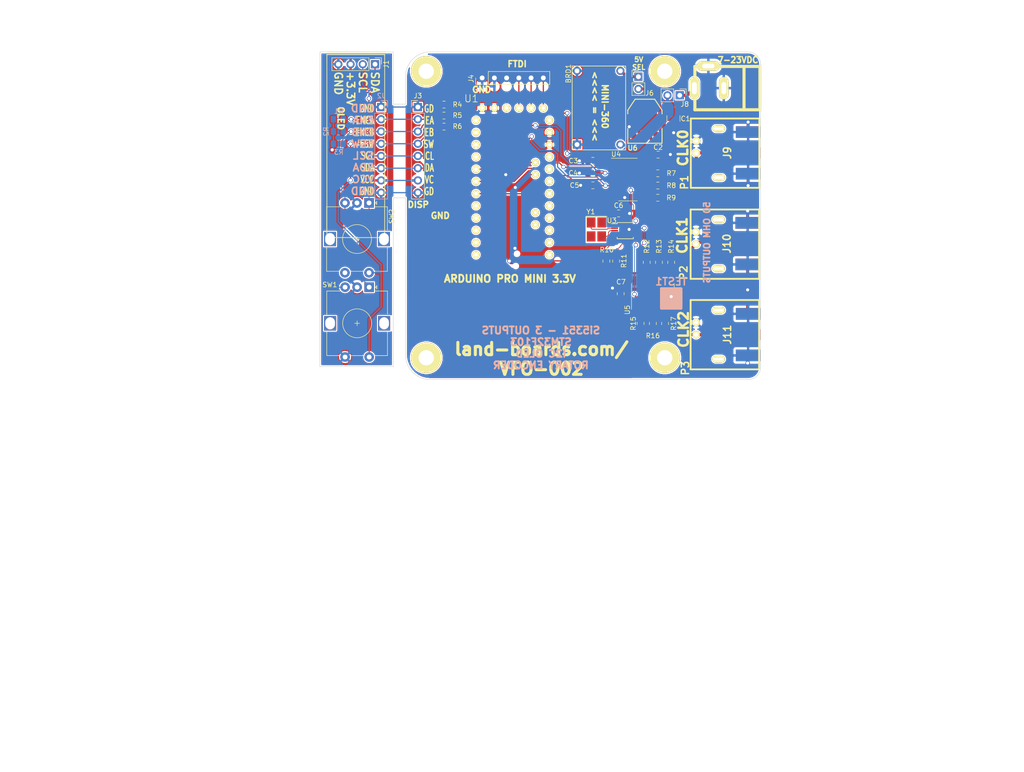
<source format=kicad_pcb>
(kicad_pcb (version 20171130) (host pcbnew "(5.1.5)-3")
  (title_block (title VFO-002) (date 2020-10-18) (rev 1) (company land-boards.com))
  (layers (0 F.Cu signal) (31 B.Cu signal) (36 B.SilkS user) (37 F.SilkS user) (38 B.Mask user) (39 F.Mask user) (44 Edge.Cuts user))
  (net 0 "")
  (net 1 GND)
  (net 2 /STM_TX)
  (net 3 /STM_RX)
  (net 4 +3V3)
  (net 5 /STM_SDA)
  (net 6 /STM_SCL)
  (net 7 "Net-(BRD1-PadIN+)")
  (net 8 /ENCSW)
  (net 9 /ENCB)
  (net 10 /ENCA)
  (net 11 "Net-(R7-Pad2)")
  (net 12 "Net-(R8-Pad2)")
  (net 13 "Net-(R9-Pad2)")
  (net 14 "Net-(R12-Pad2)")
  (net 15 "Net-(U3-Pad2)")
  (net 16 "Net-(U3-Pad3)")
  (net 17 /OUT0)
  (net 18 /OUT1)
  (net 19 /OUT3)
  (net 20 /CLK2)
  (net 21 /CLK1)
  (net 22 /CLK0)
  (net 23 +5V)
  (net 24 "Net-(BRD1-PadOUT+)")
  (net 25 "Net-(C5-Pad1)")
  (net 26 "Net-(R15-Pad2)")
  (net 27 "Net-(R16-Pad2)")
  (net 28 "Net-(R17-Pad2)")
  (net 29 "Net-(C3-Pad1)")
  (net 30 "Net-(C4-Pad1)")
  (net 31 "Net-(J8-Pad1)")
  (net 32 "Net-(R13-Pad2)")
  (net 33 "Net-(R14-Pad2)")
  (net 34 /STM_DTR)
  (net 35 /P2)
  (net 36 /P3)
  (net 37 /P4)
  (module Connector_PinHeader_2.54mm:PinHeader_1x06_P2.54mm_Vertical (layer F.Cu) (at 130.0988 33.8836 90)
    (fp_text reference J4 (at -0.1524 -2.286 90) (layer F.SilkS))
    (fp_text value Conn_01x06)
    (pad 6 thru_hole oval (at 0 12.7 90) (size 1.7 1.7) (drill 1) (layers *.Cu *.Mask) (net 34 /STM_DTR))
    (pad 5 thru_hole oval (at 0 10.16 90) (size 1.7 1.7) (drill 1) (layers *.Cu *.Mask) (net 2 /STM_TX))
    (pad 4 thru_hole oval (at 0 7.62 90) (size 1.7 1.7) (drill 1) (layers *.Cu *.Mask) (net 3 /STM_RX))
    (pad 3 thru_hole oval (at 0 5.08 90) (size 1.7 1.7) (drill 1) (layers *.Cu *.Mask))
    (pad 2 thru_hole oval (at 0 2.54 90) (size 1.7 1.7) (drill 1) (layers *.Cu *.Mask) (net 1 GND))
    (pad 1 thru_hole rect (at 0 0 90) (size 1.7 1.7) (drill 1) (layers *.Cu *.Mask) (net 1 GND))
  )
  (module LandBoards_Conns:BNC-RT-OVAL_MTG (layer F.Cu) (at 174.5 87.2 270)
    (fp_text reference P3 (at 6.959 2.241 90) (layer F.SilkS) (effects (font (size 1.524 1.524) (thickness 0.3048))))
    (fp_text value BNC hide)
    (pad 1 thru_hole circle (at 0 0 270) (size 1.5748 1.5748) (drill 0.889) (layers *.Cu *.Mask F.SilkS) (net 19 /OUT3))
    (pad 2 thru_hole circle (at -2.54 0 270) (size 1.651 1.651) (drill 0.889) (layers *.Cu *.Mask F.SilkS) (net 1 GND))
    (pad "" thru_hole oval (at -5.08 -4.68 270) (size 1.4 2.6) (drill oval 0.6 2.00914) (layers *.Cu *.Mask F.SilkS))
    (pad "" thru_hole oval (at 5.08 -4.68 270) (size 1.4 2.6) (drill oval 0.6 2.00914) (layers *.Cu *.Mask F.SilkS))
  )
  (module LandBoards_Conns:BNC-RT-OVAL_MTG (layer F.Cu) (at 174.5 68.4 270)
    (fp_text reference P2 (at 5.94 2.59 270) (layer F.SilkS) (effects (font (size 1.524 1.524) (thickness 0.3048))))
    (fp_text value BNC hide)
    (pad 1 thru_hole circle (at 0 0 270) (size 1.5748 1.5748) (drill 0.889) (layers *.Cu *.Mask F.SilkS) (net 18 /OUT1))
    (pad 2 thru_hole circle (at -2.54 0 270) (size 1.651 1.651) (drill 0.889) (layers *.Cu *.Mask F.SilkS) (net 1 GND))
    (pad "" thru_hole oval (at -5.08 -4.68 270) (size 1.4 2.6) (drill oval 0.6 2.00914) (layers *.Cu *.Mask F.SilkS))
    (pad "" thru_hole oval (at 5.08 -4.68 270) (size 1.4 2.6) (drill oval 0.6 2.00914) (layers *.Cu *.Mask F.SilkS))
  )
  (module LandBoards_Conns:BNC-RT-OVAL_MTG (layer F.Cu) (at 174.545 49.5 270)
    (fp_text reference P1 (at 6.08 2.465 270) (layer F.SilkS) (effects (font (size 1.524 1.524) (thickness 0.3048))))
    (fp_text value BNC hide)
    (pad 1 thru_hole circle (at 0 0 270) (size 1.5748 1.5748) (drill 0.889) (layers *.Cu *.Mask F.SilkS) (net 17 /OUT0))
    (pad 2 thru_hole circle (at -2.54 0 270) (size 1.651 1.651) (drill 0.889) (layers *.Cu *.Mask F.SilkS) (net 1 GND))
    (pad "" thru_hole oval (at -5.08 -4.68 270) (size 1.4 2.6) (drill oval 0.6 2.00914) (layers *.Cu *.Mask F.SilkS))
    (pad "" thru_hole oval (at 5.08 -4.68 270) (size 1.4 2.6) (drill oval 0.6 2.00914) (layers *.Cu *.Mask F.SilkS))
  )
  (module LandBoards_BoardOutlines:MINI-360 (layer F.Cu) (at 148.7894 48.82 90)
    (fp_text reference BRD1 (at 15.82 -0.7894 270) (layer F.SilkS))
    (fp_text value MINI-360)
    (pad OUT+ thru_hole oval (at 16.4 10 90) (size 1.7 1.7) (drill 1) (layers *.Cu *.Mask) (net 24 "Net-(BRD1-PadOUT+)"))
    (pad IN+ thru_hole oval (at 1.1 10 90) (size 1.7 1.7) (drill 1) (layers *.Cu *.Mask) (net 7 "Net-(BRD1-PadIN+)"))
    (pad OUT- thru_hole oval (at 16.4 1 90) (size 1.7 1.7) (drill 1) (layers *.Cu *.Mask) (net 1 GND))
    (pad IN- thru_hole rect (at 1.1 1 90) (size 1.7 1.7) (drill 1) (layers *.Cu *.Mask) (net 1 GND))
  )
  (module LandBoards_BoardOutlines:OLED-091in (layer F.Cu) (at 107.87 31.04 270)
    (fp_text reference J1 (at 0 -2.33 90) (layer F.SilkS))
    (fp_text value OLED_I2C)
    (pad 4 thru_hole oval (at 0 7.62 270) (size 1.7 1.7) (drill 1) (layers *.Cu *.Mask) (net 1 GND))
    (pad 3 thru_hole oval (at 0 5.08 270) (size 1.7 1.7) (drill 1) (layers *.Cu *.Mask) (net 4 +3V3))
    (pad 2 thru_hole oval (at 0 2.54 270) (size 1.7 1.7) (drill 1) (layers *.Cu *.Mask) (net 6 /STM_SCL))
    (pad 1 thru_hole rect (at 0 0 270) (size 1.7 1.7) (drill 1) (layers *.Cu *.Mask) (net 5 /STM_SDA))
  )
  (module Rotary_Encoder:RotaryEncoder_Alps_EC12E-Switch_Vertical_H20mm (layer F.Cu) (at 106.6254 59.8436 270)
    (fp_text reference SW2 (at 2.8 -4.7 90) (layer F.SilkS))
    (fp_text value Rotary_Encoder_Switch)
    (pad S2 thru_hole circle (at 14.5 5 270) (size 2 2) (drill 1) (layers *.Cu *.Mask))
    (pad S1 thru_hole circle (at 14.5 0 270) (size 2 2) (drill 1) (layers *.Cu *.Mask) (net 8 /ENCSW))
    (pad MP thru_hole rect (at 7.5 8.1 270) (size 3 2.5) (drill oval 2.5 2) (layers *.Cu *.Mask))
    (pad MP thru_hole rect (at 7.5 -3.1 270) (size 3 2.5) (drill oval 2.5 2) (layers *.Cu *.Mask))
    (pad B thru_hole circle (at 0 5 270) (size 2 2) (drill 1) (layers *.Cu *.Mask) (net 9 /ENCB))
    (pad C thru_hole circle (at 0 2.5 270) (size 2 2) (drill 1) (layers *.Cu *.Mask) (net 1 GND))
    (pad A thru_hole rect (at 0 0 270) (size 2 2) (drill 1) (layers *.Cu *.Mask) (net 10 /ENCA))
  )
  (module Connector_PinHeader_2.54mm:PinHeader_1x08_P2.54mm_Vertical (layer B.Cu) (at 109.14 39.93 180)
    (fp_text reference J2 (at 0 2.33) (layer B.SilkS) (effects (justify mirror)))
    (fp_text value Conn_01x08)
    (pad 8 thru_hole oval (at 0 -17.78 180) (size 1.7 1.7) (drill 1) (layers *.Cu *.Mask) (net 1 GND))
    (pad 7 thru_hole oval (at 0 -15.24 180) (size 1.7 1.7) (drill 1) (layers *.Cu *.Mask) (net 4 +3V3))
    (pad 6 thru_hole oval (at 0 -12.7 180) (size 1.7 1.7) (drill 1) (layers *.Cu *.Mask) (net 5 /STM_SDA))
    (pad 5 thru_hole oval (at 0 -10.16 180) (size 1.7 1.7) (drill 1) (layers *.Cu *.Mask) (net 6 /STM_SCL))
    (pad 4 thru_hole oval (at 0 -7.62 180) (size 1.7 1.7) (drill 1) (layers *.Cu *.Mask) (net 8 /ENCSW))
    (pad 3 thru_hole oval (at 0 -5.08 180) (size 1.7 1.7) (drill 1) (layers *.Cu *.Mask) (net 9 /ENCB))
    (pad 2 thru_hole oval (at 0 -2.54 180) (size 1.7 1.7) (drill 1) (layers *.Cu *.Mask) (net 10 /ENCA))
    (pad 1 thru_hole rect (at 0 0 180) (size 1.7 1.7) (drill 1) (layers *.Cu *.Mask) (net 1 GND))
  )
  (module Crystal:Crystal_SMD_SeikoEpson_FA238-4Pin_3.2x2.5mm_HandSoldering (layer F.Cu) (at 153.8186 65.3554 270)
    (fp_text reference Y1 (at -3.69 1.175 180) (layer F.SilkS))
    (fp_text value Crystal_GND2_Small)
    (pad 4 smd rect (at -1.45 -1.1 270) (size 2.1 1.8) (layers F.Cu F.Paste F.Mask))
    (pad 3 smd rect (at 1.45 -1.1 270) (size 2.1 1.8) (layers F.Cu F.Paste F.Mask) (net 16 "Net-(U3-Pad3)"))
    (pad 2 smd rect (at 1.45 1.1 270) (size 2.1 1.8) (layers F.Cu F.Paste F.Mask))
    (pad 1 smd rect (at -1.45 1.1 270) (size 2.1 1.8) (layers F.Cu F.Paste F.Mask) (net 15 "Net-(U3-Pad2)"))
  )
  (module Connector_PinHeader_2.54mm:PinHeader_1x08_P2.54mm_Vertical (layer F.Cu) (at 116.76 39.93)
    (fp_text reference J3 (at 0 -2.33) (layer F.SilkS))
    (fp_text value Conn_01x08)
    (pad 8 thru_hole oval (at 0 17.78) (size 1.7 1.7) (drill 1) (layers *.Cu *.Mask) (net 1 GND))
    (pad 7 thru_hole oval (at 0 15.24) (size 1.7 1.7) (drill 1) (layers *.Cu *.Mask) (net 4 +3V3))
    (pad 6 thru_hole oval (at 0 12.7) (size 1.7 1.7) (drill 1) (layers *.Cu *.Mask) (net 5 /STM_SDA))
    (pad 5 thru_hole oval (at 0 10.16) (size 1.7 1.7) (drill 1) (layers *.Cu *.Mask) (net 6 /STM_SCL))
    (pad 4 thru_hole oval (at 0 7.62) (size 1.7 1.7) (drill 1) (layers *.Cu *.Mask) (net 8 /ENCSW))
    (pad 3 thru_hole oval (at 0 5.08) (size 1.7 1.7) (drill 1) (layers *.Cu *.Mask) (net 9 /ENCB))
    (pad 2 thru_hole oval (at 0 2.54) (size 1.7 1.7) (drill 1) (layers *.Cu *.Mask) (net 10 /ENCA))
    (pad 1 thru_hole rect (at 0 0) (size 1.7 1.7) (drill 1) (layers *.Cu *.Mask) (net 1 GND))
  )
  (module LandBoards_Conns:DCJ-NEW-Slotted (layer F.Cu) (at 180.25 36 180)
    (fp_text reference J99 hide)
    (fp_text value DCJ0202 hide)
    (pad 3 thru_hole oval (at 3.2 4.6 180) (size 4.6 2) (drill oval 2.54 1) (layers *.Cu *.Mask F.SilkS) (net 1 GND))
    (pad 1 thru_hole oval (at 6.1 0 180) (size 2 4.6) (drill oval 1 2.54) (layers *.Cu *.Mask F.SilkS) (net 31 "Net-(J8-Pad1)"))
    (pad 2 thru_hole oval (at 0 0 180) (size 2 4.6) (drill oval 1 2.54) (layers *.Cu *.Mask F.SilkS) (net 1 GND))
  )
  (module Resistor_SMD:R_0805_2012Metric_Pad1.15x1.40mm_HandSolder (layer B.Cu) (at 100.25 45.01)
    (fp_text reference R2 (at -2.54 0 90) (layer B.SilkS) (effects (justify mirror)))
    (fp_text value 10K)
    (pad 2 smd roundrect (at 1.025 0) (size 1.15 1.4) (layers B.Cu B.Paste B.Mask) (roundrect_rratio 0.217391) (net 9 /ENCB))
    (pad 1 smd roundrect (at -1.025 0) (size 1.15 1.4) (layers B.Cu B.Paste B.Mask) (roundrect_rratio 0.217391) (net 4 +3V3))
  )
  (module Resistor_SMD:R_0805_2012Metric_Pad1.15x1.40mm_HandSolder (layer B.Cu) (at 100.25 42.47)
    (fp_text reference R1 (at 0.09 -1.67) (layer B.SilkS) (effects (justify mirror)))
    (fp_text value 10K)
    (pad 2 smd roundrect (at 1.025 0) (size 1.15 1.4) (layers B.Cu B.Paste B.Mask) (roundrect_rratio 0.217391) (net 10 /ENCA))
    (pad 1 smd roundrect (at -1.025 0) (size 1.15 1.4) (layers B.Cu B.Paste B.Mask) (roundrect_rratio 0.217391) (net 4 +3V3))
  )
  (module Resistor_SMD:R_0805_2012Metric_Pad1.15x1.40mm_HandSolder (layer B.Cu) (at 100.25 47.55)
    (fp_text reference R3 (at 0.09 1.75) (layer B.SilkS) (effects (justify mirror)))
    (fp_text value 10K)
    (pad 2 smd roundrect (at 1.025 0) (size 1.15 1.4) (layers B.Cu B.Paste B.Mask) (roundrect_rratio 0.217391) (net 8 /ENCSW))
    (pad 1 smd roundrect (at -1.025 0) (size 1.15 1.4) (layers B.Cu B.Paste B.Mask) (roundrect_rratio 0.217391) (net 4 +3V3))
  )
  (module Resistor_SMD:R_0805_2012Metric_Pad1.15x1.40mm_HandSolder (layer F.Cu) (at 166.562 58.772 180)
    (fp_text reference R9 (at -2.776 0) (layer F.SilkS))
    (fp_text value 150)
    (pad 2 smd roundrect (at 1.025 0 180) (size 1.15 1.4) (layers F.Cu F.Paste F.Mask) (roundrect_rratio 0.217391) (net 13 "Net-(R9-Pad2)"))
    (pad 1 smd roundrect (at -1.025 0 180) (size 1.15 1.4) (layers F.Cu F.Paste F.Mask) (roundrect_rratio 0.217391) (net 17 /OUT0))
  )
  (module Resistor_SMD:R_0805_2012Metric_Pad1.15x1.40mm_HandSolder (layer F.Cu) (at 166.562 56.232 180)
    (fp_text reference R8 (at -2.794 0) (layer F.SilkS))
    (fp_text value 150)
    (pad 2 smd roundrect (at 1.025 0 180) (size 1.15 1.4) (layers F.Cu F.Paste F.Mask) (roundrect_rratio 0.217391) (net 12 "Net-(R8-Pad2)"))
    (pad 1 smd roundrect (at -1.025 0 180) (size 1.15 1.4) (layers F.Cu F.Paste F.Mask) (roundrect_rratio 0.217391) (net 17 /OUT0))
  )
  (module Resistor_SMD:R_0805_2012Metric_Pad1.15x1.40mm_HandSolder (layer F.Cu) (at 166.798 72.18 270)
    (fp_text reference R13 (at -3.302 0 90) (layer F.SilkS))
    (fp_text value 150)
    (pad 2 smd roundrect (at 1.025 0 270) (size 1.15 1.4) (layers F.Cu F.Paste F.Mask) (roundrect_rratio 0.217391) (net 32 "Net-(R13-Pad2)"))
    (pad 1 smd roundrect (at -1.025 0 270) (size 1.15 1.4) (layers F.Cu F.Paste F.Mask) (roundrect_rratio 0.217391) (net 18 /OUT1))
  )
  (module Resistor_SMD:R_0805_2012Metric_Pad1.15x1.40mm_HandSolder (layer F.Cu) (at 164.258 72.18 270)
    (fp_text reference R12 (at -3.302 0 90) (layer F.SilkS))
    (fp_text value 150)
    (pad 2 smd roundrect (at 1.025 0 270) (size 1.15 1.4) (layers F.Cu F.Paste F.Mask) (roundrect_rratio 0.217391) (net 14 "Net-(R12-Pad2)"))
    (pad 1 smd roundrect (at -1.025 0 270) (size 1.15 1.4) (layers F.Cu F.Paste F.Mask) (roundrect_rratio 0.217391) (net 18 /OUT1))
  )
  (module Resistor_SMD:R_0805_2012Metric_Pad1.15x1.40mm_HandSolder (layer F.Cu) (at 169.338 72.18 270)
    (fp_text reference R14 (at -3.302 0 90) (layer F.SilkS))
    (fp_text value 150)
    (pad 2 smd roundrect (at 1.025 0 270) (size 1.15 1.4) (layers F.Cu F.Paste F.Mask) (roundrect_rratio 0.217391) (net 33 "Net-(R14-Pad2)"))
    (pad 1 smd roundrect (at -1.025 0 270) (size 1.15 1.4) (layers F.Cu F.Paste F.Mask) (roundrect_rratio 0.217391) (net 18 /OUT1))
  )
  (module Resistor_SMD:R_0805_2012Metric_Pad1.15x1.40mm_HandSolder (layer F.Cu) (at 162.988 84.88 90)
    (fp_text reference R15 (at -0.008 -1.524 90) (layer F.SilkS))
    (fp_text value 150)
    (pad 2 smd roundrect (at 1.025 0 90) (size 1.15 1.4) (layers F.Cu F.Paste F.Mask) (roundrect_rratio 0.217391) (net 26 "Net-(R15-Pad2)"))
    (pad 1 smd roundrect (at -1.025 0 90) (size 1.15 1.4) (layers F.Cu F.Paste F.Mask) (roundrect_rratio 0.217391) (net 19 /OUT3))
  )
  (module Resistor_SMD:R_0805_2012Metric_Pad1.15x1.40mm_HandSolder (layer F.Cu) (at 155.876 71.934 90)
    (fp_text reference R10 (at 2.338 0.08 180) (layer F.SilkS))
    (fp_text value 10K)
    (pad 2 smd roundrect (at 1.025 0 90) (size 1.15 1.4) (layers F.Cu F.Paste F.Mask) (roundrect_rratio 0.217391) (net 5 /STM_SDA))
    (pad 1 smd roundrect (at -1.025 0 90) (size 1.15 1.4) (layers F.Cu F.Paste F.Mask) (roundrect_rratio 0.217391) (net 4 +3V3))
  )
  (module Resistor_SMD:R_0805_2012Metric_Pad1.15x1.40mm_HandSolder (layer F.Cu) (at 157.908 71.934 90)
    (fp_text reference R11 (at 0.052 1.604 270) (layer F.SilkS))
    (fp_text value 10K)
    (pad 2 smd roundrect (at 1.025 0 90) (size 1.15 1.4) (layers F.Cu F.Paste F.Mask) (roundrect_rratio 0.217391) (net 6 /STM_SCL))
    (pad 1 smd roundrect (at -1.025 0 90) (size 1.15 1.4) (layers F.Cu F.Paste F.Mask) (roundrect_rratio 0.217391) (net 4 +3V3))
  )
  (module Resistor_SMD:R_0805_2012Metric_Pad1.15x1.40mm_HandSolder (layer F.Cu) (at 166.562 53.692 180)
    (fp_text reference R7 (at -2.794 0) (layer F.SilkS))
    (fp_text value 150)
    (pad 2 smd roundrect (at 1.025 0 180) (size 1.15 1.4) (layers F.Cu F.Paste F.Mask) (roundrect_rratio 0.217391) (net 11 "Net-(R7-Pad2)"))
    (pad 1 smd roundrect (at -1.025 0 180) (size 1.15 1.4) (layers F.Cu F.Paste F.Mask) (roundrect_rratio 0.217391) (net 17 /OUT0))
  )
  (module Resistor_SMD:R_0805_2012Metric_Pad1.15x1.40mm_HandSolder (layer F.Cu) (at 165.528 84.88 90)
    (fp_text reference R16 (at -2.548 0 180) (layer F.SilkS))
    (fp_text value 150)
    (pad 2 smd roundrect (at 1.025 0 90) (size 1.15 1.4) (layers F.Cu F.Paste F.Mask) (roundrect_rratio 0.217391) (net 27 "Net-(R16-Pad2)"))
    (pad 1 smd roundrect (at -1.025 0 90) (size 1.15 1.4) (layers F.Cu F.Paste F.Mask) (roundrect_rratio 0.217391) (net 19 /OUT3))
  )
  (module Resistor_SMD:R_0805_2012Metric_Pad1.15x1.40mm_HandSolder (layer F.Cu) (at 168.068 84.88 90)
    (fp_text reference R17 (at -0.008 1.778 90) (layer F.SilkS))
    (fp_text value 150)
    (pad 2 smd roundrect (at 1.025 0 90) (size 1.15 1.4) (layers F.Cu F.Paste F.Mask) (roundrect_rratio 0.217391) (net 28 "Net-(R17-Pad2)"))
    (pad 1 smd roundrect (at -1.025 0 90) (size 1.15 1.4) (layers F.Cu F.Paste F.Mask) (roundrect_rratio 0.217391) (net 19 /OUT3))
  )
  (module Rotary_Encoder:RotaryEncoder_Alps_EC12E-Switch_Vertical_H20mm (layer F.Cu) (at 106.6508 77.3442 270)
    (fp_text reference SW1 (at -0.514 8.168 180) (layer F.SilkS))
    (fp_text value Rotary_Encoder_Switch)
    (pad A thru_hole rect (at 0 0 270) (size 2 2) (drill 1) (layers *.Cu *.Mask) (net 10 /ENCA))
    (pad C thru_hole circle (at 0 2.5 270) (size 2 2) (drill 1) (layers *.Cu *.Mask) (net 1 GND))
    (pad B thru_hole circle (at 0 5 270) (size 2 2) (drill 1) (layers *.Cu *.Mask) (net 9 /ENCB))
    (pad MP thru_hole rect (at 7.5 -3.1 270) (size 3 2.5) (drill oval 2.5 2) (layers *.Cu *.Mask))
    (pad MP thru_hole rect (at 7.5 8.1 270) (size 3 2.5) (drill oval 2.5 2) (layers *.Cu *.Mask))
    (pad S1 thru_hole circle (at 14.5 0 270) (size 2 2) (drill 1) (layers *.Cu *.Mask) (net 8 /ENCSW))
    (pad S2 thru_hole circle (at 14.5 5 270) (size 2 2) (drill 1) (layers *.Cu *.Mask) (net 1 GND))
  )
  (module LandBoards_Marking:TEST_BLK-REAR (layer F.Cu) (at 169.338 79.681)
    (fp_text reference TEST1 (at 0 -3.5) (layer B.SilkS) (effects (font (size 1.524 1.524) (thickness 0.3048)) (justify mirror)))
    (fp_text value COUPON hide)
  )
  (module Package_SO:MSOP-10_3x3mm_P0.5mm (layer F.Cu) (at 159.8 65.6)
    (fp_text reference U3 (at -2.794 -2.1) (layer F.SilkS))
    (fp_text value Si5351A)
    (pad 10 smd rect (at 2.2 -1) (size 1.4 0.3) (layers F.Cu F.Paste F.Mask) (net 22 /CLK0))
    (pad 9 smd rect (at 2.2 -0.5) (size 1.4 0.3) (layers F.Cu F.Paste F.Mask) (net 21 /CLK1))
    (pad 8 smd rect (at 2.2 0) (size 1.4 0.3) (layers F.Cu F.Paste F.Mask) (net 1 GND))
    (pad 7 smd rect (at 2.2 0.5) (size 1.4 0.3) (layers F.Cu F.Paste F.Mask) (net 4 +3V3))
    (pad 6 smd rect (at 2.2 1) (size 1.4 0.3) (layers F.Cu F.Paste F.Mask) (net 20 /CLK2))
    (pad 5 smd rect (at -2.2 1) (size 1.4 0.3) (layers F.Cu F.Paste F.Mask) (net 5 /STM_SDA))
    (pad 4 smd rect (at -2.2 0.5) (size 1.4 0.3) (layers F.Cu F.Paste F.Mask) (net 6 /STM_SCL))
    (pad 3 smd rect (at -2.2 0) (size 1.4 0.3) (layers F.Cu F.Paste F.Mask) (net 16 "Net-(U3-Pad3)"))
    (pad 2 smd rect (at -2.2 -0.5) (size 1.4 0.3) (layers F.Cu F.Paste F.Mask) (net 15 "Net-(U3-Pad2)"))
    (pad 1 smd rect (at -2.2 -1) (size 1.4 0.3) (layers F.Cu F.Paste F.Mask) (net 4 +3V3))
  )
  (module Package_SO:SOIC-14_3.9x8.7mm_P1.27mm (layer F.Cu) (at 160.342 54.992)
    (fp_text reference U4 (at -2.434 -5.27) (layer F.SilkS))
    (fp_text value 74AC14)
    (pad 14 smd roundrect (at 2.475 -3.81) (size 1.95 0.6) (layers F.Cu F.Paste F.Mask) (net 4 +3V3))
    (pad 13 smd roundrect (at 2.475 -2.54) (size 1.95 0.6) (layers F.Cu F.Paste F.Mask) (net 22 /CLK0))
    (pad 12 smd roundrect (at 2.475 -1.27) (size 1.95 0.6) (layers F.Cu F.Paste F.Mask) (net 11 "Net-(R7-Pad2)"))
    (pad 11 smd roundrect (at 2.475 0) (size 1.95 0.6) (layers F.Cu F.Paste F.Mask) (net 22 /CLK0))
    (pad 10 smd roundrect (at 2.475 1.27) (size 1.95 0.6) (layers F.Cu F.Paste F.Mask) (net 12 "Net-(R8-Pad2)"))
    (pad 9 smd roundrect (at 2.475 2.54) (size 1.95 0.6) (layers F.Cu F.Paste F.Mask) (net 22 /CLK0))
    (pad 8 smd roundrect (at 2.475 3.81) (size 1.95 0.6) (layers F.Cu F.Paste F.Mask) (net 13 "Net-(R9-Pad2)"))
    (pad 7 smd roundrect (at -2.475 3.81) (size 1.95 0.6) (layers F.Cu F.Paste F.Mask) (net 1 GND))
    (pad 6 smd roundrect (at -2.475 2.54) (size 1.95 0.6) (layers F.Cu F.Paste F.Mask) (net 37 /P4))
    (pad 5 smd roundrect (at -2.475 1.27) (size 1.95 0.6) (layers F.Cu F.Paste F.Mask) (net 25 "Net-(C5-Pad1)"))
    (pad 4 smd roundrect (at -2.475 0) (size 1.95 0.6) (layers F.Cu F.Paste F.Mask) (net 36 /P3))
    (pad 3 smd roundrect (at -2.475 -1.27) (size 1.95 0.6) (layers F.Cu F.Paste F.Mask) (net 30 "Net-(C4-Pad1)"))
    (pad 2 smd roundrect (at -2.475 -2.54) (size 1.95 0.6) (layers F.Cu F.Paste F.Mask) (net 35 /P2))
    (pad 1 smd roundrect (at -2.475 -3.81) (size 1.95 0.6) (layers F.Cu F.Paste F.Mask) (net 29 "Net-(C3-Pad1)"))
  )
  (module Package_SO:SOIC-14_3.9x8.7mm_P1.27mm (layer F.Cu) (at 165.528 78.5 90)
    (fp_text reference U5 (at -3.556 -5.28 90) (layer F.SilkS))
    (fp_text value 74AC14)
    (pad 14 smd roundrect (at 2.475 -3.81 90) (size 1.95 0.6) (layers F.Cu F.Paste F.Mask) (net 4 +3V3))
    (pad 13 smd roundrect (at 2.475 -2.54 90) (size 1.95 0.6) (layers F.Cu F.Paste F.Mask) (net 21 /CLK1))
    (pad 12 smd roundrect (at 2.475 -1.27 90) (size 1.95 0.6) (layers F.Cu F.Paste F.Mask) (net 14 "Net-(R12-Pad2)"))
    (pad 11 smd roundrect (at 2.475 0 90) (size 1.95 0.6) (layers F.Cu F.Paste F.Mask) (net 21 /CLK1))
    (pad 10 smd roundrect (at 2.475 1.27 90) (size 1.95 0.6) (layers F.Cu F.Paste F.Mask) (net 32 "Net-(R13-Pad2)"))
    (pad 9 smd roundrect (at 2.475 2.54 90) (size 1.95 0.6) (layers F.Cu F.Paste F.Mask) (net 21 /CLK1))
    (pad 8 smd roundrect (at 2.475 3.81 90) (size 1.95 0.6) (layers F.Cu F.Paste F.Mask) (net 33 "Net-(R14-Pad2)"))
    (pad 7 smd roundrect (at -2.475 3.81 90) (size 1.95 0.6) (layers F.Cu F.Paste F.Mask) (net 1 GND))
    (pad 6 smd roundrect (at -2.475 2.54 90) (size 1.95 0.6) (layers F.Cu F.Paste F.Mask) (net 28 "Net-(R17-Pad2)"))
    (pad 5 smd roundrect (at -2.475 1.27 90) (size 1.95 0.6) (layers F.Cu F.Paste F.Mask) (net 20 /CLK2))
    (pad 4 smd roundrect (at -2.475 0 90) (size 1.95 0.6) (layers F.Cu F.Paste F.Mask) (net 27 "Net-(R16-Pad2)"))
    (pad 3 smd roundrect (at -2.475 -1.27 90) (size 1.95 0.6) (layers F.Cu F.Paste F.Mask) (net 20 /CLK2))
    (pad 2 smd roundrect (at -2.475 -2.54 90) (size 1.95 0.6) (layers F.Cu F.Paste F.Mask) (net 26 "Net-(R15-Pad2)"))
    (pad 1 smd roundrect (at -2.475 -3.81 90) (size 1.95 0.6) (layers F.Cu F.Paste F.Mask) (net 20 /CLK2))
  )
  (module LandBoards_MountHoles:MTG-4-40 (layer F.Cu) (at 168 32.5)
    (fp_text reference MTG1 hide)
    (fp_text value MTG_HOLE hide)
    (pad 1 thru_hole circle (at 0 0) (size 6.35 6.35) (drill 3.175) (layers *.Cu *.Mask F.SilkS))
  )
  (module LandBoards_MountHoles:MTG-4-40 (layer F.Cu) (at 118.5 92)
    (fp_text reference MTG2 hide)
    (fp_text value MTG_HOLE hide)
    (pad 1 thru_hole circle (at 0 0) (size 6.35 6.35) (drill 3.175) (layers *.Cu *.Mask F.SilkS))
  )
  (module LandBoards_MountHoles:MTG-4-40 (layer F.Cu) (at 168 92)
    (fp_text reference MTG3 hide)
    (fp_text value MTG_HOLE hide)
    (pad 1 thru_hole circle (at 0 0) (size 6.35 6.35) (drill 3.175) (layers *.Cu *.Mask F.SilkS))
  )
  (module LandBoards_MountHoles:MTG-4-40 (layer F.Cu) (at 118.5 32.5)
    (fp_text reference MTG4 hide)
    (fp_text value MTG_HOLE hide)
    (pad 1 thru_hole circle (at 0 0) (size 6.35 6.35) (drill 3.175) (layers *.Cu *.Mask F.SilkS))
  )
  (module Capacitor_SMD:C_0805_2012Metric_Pad1.15x1.40mm_HandSolder (layer F.Cu) (at 166.6202 49.8152)
    (fp_text reference C2 (at 0 -1.524) (layer F.SilkS))
    (fp_text value 0.1uF)
    (pad 2 smd roundrect (at 1.025 0) (size 1.15 1.4) (layers F.Cu F.Paste F.Mask) (roundrect_rratio 0.217391) (net 1 GND))
    (pad 1 smd roundrect (at -1.025 0) (size 1.15 1.4) (layers F.Cu F.Paste F.Mask) (roundrect_rratio 0.217391) (net 4 +3V3))
  )
  (module Capacitor_SMD:C_0805_2012Metric_Pad1.15x1.40mm_HandSolder (layer F.Cu) (at 158.85 78.7 90)
    (fp_text reference C7 (at 2.448 0.074 180) (layer F.SilkS))
    (fp_text value 0.1uF)
    (pad 2 smd roundrect (at 1.025 0 90) (size 1.15 1.4) (layers F.Cu F.Paste F.Mask) (roundrect_rratio 0.217391) (net 1 GND))
    (pad 1 smd roundrect (at -1.025 0 90) (size 1.15 1.4) (layers F.Cu F.Paste F.Mask) (roundrect_rratio 0.217391) (net 4 +3V3))
  )
  (module Capacitor_SMD:C_0805_2012Metric_Pad1.15x1.40mm_HandSolder (layer F.Cu) (at 158.416 62.028)
    (fp_text reference C6 (at 0 -1.65) (layer F.SilkS))
    (fp_text value 0.1uF)
    (pad 2 smd roundrect (at 1.025 0) (size 1.15 1.4) (layers F.Cu F.Paste F.Mask) (roundrect_rratio 0.217391) (net 1 GND))
    (pad 1 smd roundrect (at -1.025 0) (size 1.15 1.4) (layers F.Cu F.Paste F.Mask) (roundrect_rratio 0.217391) (net 4 +3V3))
  )
  (module Capacitor_SMD:C_1210_3225Metric_Pad1.42x2.65mm_HandSolder (layer F.Cu) (at 169.8 42.3 270)
    (fp_text reference C1 (at 0.05 -2.5 180) (layer F.SilkS))
    (fp_text value 10uF)
    (pad 2 smd roundrect (at 1.4875 0 270) (size 1.425 2.65) (layers F.Cu F.Paste F.Mask) (roundrect_rratio 0.175439) (net 1 GND))
    (pad 1 smd roundrect (at -1.4875 0 270) (size 1.425 2.65) (layers F.Cu F.Paste F.Mask) (roundrect_rratio 0.175439) (net 4 +3V3))
  )
  (module LandBoards_SMD_Packages:SOT223 (layer F.Cu) (at 163.877 42.8764)
    (fp_text reference U6 (at -2.55 5.55) (layer F.SilkS) (effects (font (size 1.016 1.016) (thickness 0.2032))))
    (fp_text value AP1117 hide)
    (pad 1 smd rect (at -2.286 3.302) (size 1.016 2.032) (layers F.Cu F.Paste F.Mask) (net 1 GND))
    (pad 3 smd rect (at 2.286 3.302) (size 1.016 2.032) (layers F.Cu F.Paste F.Mask) (net 23 +5V))
    (pad 2 smd rect (at 0 3.302) (size 1.016 2.032) (layers F.Cu F.Paste F.Mask) (net 4 +3V3))
    (pad 4 smd rect (at 0 -3.302) (size 3.6576 2.032) (layers F.Cu F.Paste F.Mask) (net 4 +3V3))
  )
  (module Connector_PinHeader_2.54mm:PinHeader_1x02_P2.54mm_Vertical (layer F.Cu) (at 162.5308 33.6308)
    (fp_text reference J6 (at 2.312 3.408) (layer F.SilkS))
    (fp_text value Conn_01x02)
    (pad 2 thru_hole oval (at 0 2.54) (size 1.7 1.7) (drill 1) (layers *.Cu *.Mask) (net 23 +5V))
    (pad 1 thru_hole rect (at 0 0) (size 1.7 1.7) (drill 1) (layers *.Cu *.Mask) (net 24 "Net-(BRD1-PadOUT+)"))
  )
  (module LandBoards_Conns:SMA_EDGE (layer F.Cu) (at 185.3 49.45)
    (fp_text reference J9 (at -4.318 0 90) (layer F.SilkS) (effects (font (size 1.524 1.524) (thickness 0.3048))))
    (fp_text value SMA-F hide)
    (pad 2 smd rect (at 0 4.318) (size 5.08 2.413) (layers B.Cu B.Paste B.Mask) (net 1 GND))
    (pad 2 smd rect (at 0 -4.318) (size 5.08 2.413) (layers B.Cu B.Paste B.Mask) (net 1 GND))
    (pad 2 smd rect (at 0 4.318) (size 5.08 2.413) (layers F.Cu F.Paste F.Mask) (net 1 GND))
    (pad 2 smd rect (at 0 -4.318) (size 5.08 2.413) (layers F.Cu F.Paste F.Mask) (net 1 GND))
    (pad 1 smd rect (at 0 0) (size 5.08 2.286) (layers F.Cu F.Paste F.Mask) (net 17 /OUT0))
  )
  (module LandBoards_Conns:SMA_EDGE (layer F.Cu) (at 185.2 68.3)
    (fp_text reference J10 (at -4.318 0 90) (layer F.SilkS) (effects (font (size 1.524 1.524) (thickness 0.3048))))
    (fp_text value SMA-F hide)
    (pad 2 smd rect (at 0 4.318) (size 5.08 2.413) (layers B.Cu B.Paste B.Mask) (net 1 GND))
    (pad 2 smd rect (at 0 -4.318) (size 5.08 2.413) (layers B.Cu B.Paste B.Mask) (net 1 GND))
    (pad 2 smd rect (at 0 4.318) (size 5.08 2.413) (layers F.Cu F.Paste F.Mask) (net 1 GND))
    (pad 2 smd rect (at 0 -4.318) (size 5.08 2.413) (layers F.Cu F.Paste F.Mask) (net 1 GND))
    (pad 1 smd rect (at 0 0) (size 5.08 2.286) (layers F.Cu F.Paste F.Mask) (net 18 /OUT1))
  )
  (module LandBoards_Conns:SMA_EDGE (layer F.Cu) (at 185.3 87.2)
    (fp_text reference J11 (at -4.318 0 90) (layer F.SilkS) (effects (font (size 1.524 1.524) (thickness 0.3048))))
    (fp_text value SMA-F hide)
    (pad 2 smd rect (at 0 4.318) (size 5.08 2.413) (layers B.Cu B.Paste B.Mask) (net 1 GND))
    (pad 2 smd rect (at 0 -4.318) (size 5.08 2.413) (layers B.Cu B.Paste B.Mask) (net 1 GND))
    (pad 2 smd rect (at 0 4.318) (size 5.08 2.413) (layers F.Cu F.Paste F.Mask) (net 1 GND))
    (pad 2 smd rect (at 0 -4.318) (size 5.08 2.413) (layers F.Cu F.Paste F.Mask) (net 1 GND))
    (pad 1 smd rect (at 0 0) (size 5.08 2.286) (layers F.Cu F.Paste F.Mask) (net 19 /OUT3))
  )
  (module Capacitor_SMD:C_0805_2012Metric_Pad1.15x1.40mm_HandSolder (layer F.Cu) (at 153.082 51.106 180)
    (fp_text reference C3 (at 4.064 0) (layer F.SilkS))
    (fp_text value 0.1uF)
    (pad 2 smd roundrect (at 1.025 0 180) (size 1.15 1.4) (layers F.Cu F.Paste F.Mask) (roundrect_rratio 0.217391) (net 1 GND))
    (pad 1 smd roundrect (at -1.025 0 180) (size 1.15 1.4) (layers F.Cu F.Paste F.Mask) (roundrect_rratio 0.217391) (net 29 "Net-(C3-Pad1)"))
  )
  (module Capacitor_SMD:C_0805_2012Metric_Pad1.15x1.40mm_HandSolder (layer F.Cu) (at 153.082 53.646 180)
    (fp_text reference C4 (at 4.064 0) (layer F.SilkS))
    (fp_text value 0.1uF)
    (pad 1 smd roundrect (at -1.025 0 180) (size 1.15 1.4) (layers F.Cu F.Paste F.Mask) (roundrect_rratio 0.217391) (net 30 "Net-(C4-Pad1)"))
    (pad 2 smd roundrect (at 1.025 0 180) (size 1.15 1.4) (layers F.Cu F.Paste F.Mask) (roundrect_rratio 0.217391) (net 1 GND))
  )
  (module Capacitor_SMD:C_0805_2012Metric_Pad1.15x1.40mm_HandSolder (layer F.Cu) (at 153.082 56.186 180)
    (fp_text reference C5 (at 3.81 0 180) (layer F.SilkS))
    (fp_text value 0.1uF)
    (pad 1 smd roundrect (at -1.025 0 180) (size 1.15 1.4) (layers F.Cu F.Paste F.Mask) (roundrect_rratio 0.217391) (net 25 "Net-(C5-Pad1)"))
    (pad 2 smd roundrect (at 1.025 0 180) (size 1.15 1.4) (layers F.Cu F.Paste F.Mask) (roundrect_rratio 0.217391) (net 1 GND))
  )
  (module Resistor_SMD:R_0805_2012Metric_Pad1.15x1.40mm_HandSolder (layer F.Cu) (at 122.174 39.422 180)
    (fp_text reference R4 (at -2.794 0) (layer F.SilkS))
    (fp_text value 1K)
    (pad 2 smd roundrect (at 1.025 0 180) (size 1.15 1.4) (layers F.Cu F.Paste F.Mask) (roundrect_rratio 0.217391) (net 10 /ENCA))
    (pad 1 smd roundrect (at -1.025 0 180) (size 1.15 1.4) (layers F.Cu F.Paste F.Mask) (roundrect_rratio 0.217391) (net 29 "Net-(C3-Pad1)"))
  )
  (module Resistor_SMD:R_0805_2012Metric_Pad1.15x1.40mm_HandSolder (layer F.Cu) (at 122.174 41.708 180)
    (fp_text reference R5 (at -2.794 0.052) (layer F.SilkS))
    (fp_text value 1K)
    (pad 1 smd roundrect (at -1.025 0 180) (size 1.15 1.4) (layers F.Cu F.Paste F.Mask) (roundrect_rratio 0.217391) (net 30 "Net-(C4-Pad1)"))
    (pad 2 smd roundrect (at 1.025 0 180) (size 1.15 1.4) (layers F.Cu F.Paste F.Mask) (roundrect_rratio 0.217391) (net 9 /ENCB))
  )
  (module Resistor_SMD:R_0805_2012Metric_Pad1.15x1.40mm_HandSolder (layer F.Cu) (at 122.174 43.994 180)
    (fp_text reference R6 (at -2.794 0.052) (layer F.SilkS))
    (fp_text value 1K)
    (pad 1 smd roundrect (at -1.025 0 180) (size 1.15 1.4) (layers F.Cu F.Paste F.Mask) (roundrect_rratio 0.217391) (net 25 "Net-(C5-Pad1)"))
    (pad 2 smd roundrect (at 1.025 0 180) (size 1.15 1.4) (layers F.Cu F.Paste F.Mask) (roundrect_rratio 0.217391) (net 8 /ENCSW))
  )
  (module Connector_PinHeader_2.54mm:PinHeader_1x02_P2.54mm_Vertical (layer F.Cu) (at 171.1 37.5 270)
    (fp_text reference J8 (at 1.85 -1.05 180) (layer F.SilkS))
    (fp_text value Conn_01x02)
    (pad 1 thru_hole rect (at 0 0 270) (size 1.7 1.7) (drill 1) (layers *.Cu *.Mask) (net 31 "Net-(J8-Pad1)"))
    (pad 2 thru_hole oval (at 0 2.54 270) (size 1.7 1.7) (drill 1) (layers *.Cu *.Mask) (net 7 "Net-(BRD1-PadIN+)"))
  )
  (module ArduProMiniTKB:ArduProMini (layer F.Cu) (at 126.2888 36.322)
    (fp_text reference U1 (at 1.5748 1.8542) (layer F.SilkS) (effects (font (size 1.5 1.5))))
    (fp_text value "ARDUINO PRO MINI 3.3V" (at 9.5758 39.2684) (layer F.SilkS) (effects (font (size 1.5 1.5) (thickness 0.375))))
    (pad 1 thru_hole circle (at 3.81 3.81) (size 1.524 1.524) (drill 0.762) (layers *.Cu *.Mask F.SilkS) (net 1 GND))
    (pad 2 thru_hole circle (at 6.35 3.81) (size 1.524 1.524) (drill 0.762) (layers *.Cu *.Mask F.SilkS) (net 1 GND))
    (pad 3 thru_hole circle (at 8.89 3.81) (size 1.524 1.524) (drill 0.762) (layers *.Cu *.Mask F.SilkS))
    (pad 4 thru_hole circle (at 11.43 3.81) (size 1.524 1.524) (drill 0.762) (layers *.Cu *.Mask F.SilkS) (net 3 /STM_RX))
    (pad 5 thru_hole circle (at 13.97 3.81) (size 1.524 1.524) (drill 0.762) (layers *.Cu *.Mask F.SilkS) (net 2 /STM_TX))
    (pad 6 thru_hole circle (at 16.51 3.81) (size 1.524 1.524) (drill 0.762) (layers *.Cu *.Mask F.SilkS) (net 34 /STM_DTR))
    (pad 7 thru_hole circle (at 2.54 6.35) (size 1.524 1.524) (drill 0.762) (layers *.Cu *.Mask F.SilkS))
    (pad 8 thru_hole circle (at 2.54 8.89) (size 1.524 1.524) (drill 0.762) (layers *.Cu *.Mask F.SilkS))
    (pad 9 thru_hole circle (at 2.54 11.43) (size 1.524 1.524) (drill 0.762) (layers *.Cu *.Mask F.SilkS))
    (pad 10 thru_hole circle (at 2.54 13.97) (size 1.524 1.524) (drill 0.762) (layers *.Cu *.Mask F.SilkS))
    (pad 11 thru_hole circle (at 2.54 16.51) (size 1.524 1.524) (drill 0.762) (layers *.Cu *.Mask F.SilkS) (net 35 /P2))
    (pad 12 thru_hole circle (at 2.54 19.05) (size 1.524 1.524) (drill 0.762) (layers *.Cu *.Mask F.SilkS) (net 36 /P3))
    (pad 13 thru_hole circle (at 2.54 21.59) (size 1.524 1.524) (drill 0.762) (layers *.Cu *.Mask F.SilkS) (net 37 /P4))
    (pad 14 thru_hole circle (at 2.54 24.13) (size 1.524 1.524) (drill 0.762) (layers *.Cu *.Mask F.SilkS))
    (pad 15 thru_hole circle (at 2.54 26.67) (size 1.524 1.524) (drill 0.762) (layers *.Cu *.Mask F.SilkS))
    (pad 16 thru_hole circle (at 2.54 29.21) (size 1.524 1.524) (drill 0.762) (layers *.Cu *.Mask F.SilkS))
    (pad 17 thru_hole circle (at 2.54 31.75) (size 1.524 1.524) (drill 0.762) (layers *.Cu *.Mask F.SilkS))
    (pad 18 thru_hole circle (at 2.54 34.29) (size 1.524 1.524) (drill 0.762) (layers *.Cu *.Mask F.SilkS))
    (pad 19 thru_hole circle (at 17.78 6.35) (size 1.524 1.524) (drill 0.762) (layers *.Cu *.Mask F.SilkS))
    (pad 20 thru_hole circle (at 17.78 8.89) (size 1.524 1.524) (drill 0.762) (layers *.Cu *.Mask F.SilkS) (net 1 GND))
    (pad 21 thru_hole circle (at 17.78 11.43) (size 1.524 1.524) (drill 0.762) (layers *.Cu *.Mask F.SilkS) (net 4 +3V3))
    (pad 22 thru_hole circle (at 17.78 13.97) (size 1.524 1.524) (drill 0.762) (layers *.Cu *.Mask F.SilkS))
    (pad 23 thru_hole circle (at 17.78 16.51) (size 1.524 1.524) (drill 0.762) (layers *.Cu *.Mask F.SilkS))
    (pad 24 thru_hole circle (at 17.78 19.05) (size 1.524 1.524) (drill 0.762) (layers *.Cu *.Mask F.SilkS))
    (pad 25 thru_hole circle (at 17.78 21.59) (size 1.524 1.524) (drill 0.762) (layers *.Cu *.Mask F.SilkS))
    (pad 26 thru_hole circle (at 17.78 24.13) (size 1.524 1.524) (drill 0.762) (layers *.Cu *.Mask F.SilkS))
    (pad 27 thru_hole circle (at 17.78 26.67) (size 1.524 1.524) (drill 0.762) (layers *.Cu *.Mask F.SilkS))
    (pad 28 thru_hole circle (at 17.78 29.21) (size 1.524 1.524) (drill 0.762) (layers *.Cu *.Mask F.SilkS))
    (pad 29 thru_hole circle (at 17.78 31.75) (size 1.524 1.524) (drill 0.762) (layers *.Cu *.Mask F.SilkS))
    (pad 30 thru_hole circle (at 17.78 34.29) (size 1.524 1.524) (drill 0.762) (layers *.Cu *.Mask F.SilkS))
    (pad 31 thru_hole circle (at 14.859 15.113) (size 1.5 1.5) (drill 0.6) (layers *.Cu *.Mask F.SilkS) (net 6 /STM_SCL))
    (pad 32 thru_hole circle (at 14.859 17.653) (size 1.5 1.5) (drill 0.6) (layers *.Cu *.Mask F.SilkS) (net 5 /STM_SDA))
    (pad 34 thru_hole circle (at 14.859 25.527) (size 1.5 1.5) (drill 0.6) (layers *.Cu *.Mask F.SilkS))
    (pad 35 thru_hole circle (at 14.859 28.067) (size 1.5 1.5) (drill 0.6) (layers *.Cu *.Mask F.SilkS))
  )
  (gr_text GND (at 129.9972 36.322) (layer F.SilkS) (effects (font (size 1.27 1.27) (thickness 0.3175))))
  (gr_text DISP (at 116.84 60.198) (layer F.SilkS) (effects (font (size 1.27 1.27) (thickness 0.3175))))
  (gr_text "GD\nEA\nEB\nSW\nCL\nDA\nVC\nGD" (at 120.2398 48.8708) (layer F.SilkS) (effects (font (size 1.524 1) (thickness 0.25)) (justify right)))
  (gr_text "5V\nSEL" (at 162.607 30.8622) (layer F.SilkS) (effects (font (size 1 1) (thickness 0.25))))
  (gr_text GND (at 121.412 62.484) (layer F.SilkS) (effects (font (size 1.27 1.27) (thickness 0.3175))))
  (gr_text OLED (at 100.758 42.2668 270) (layer F.SilkS) (effects (font (size 1.27 1.27) (thickness 0.3175))))
  (gr_text "50 OHM OUTPUTS" (at 176.75 68.05 90) (layer B.SilkS) (effects (font (size 1.27 1.27) (thickness 0.3175)) (justify mirror)))
  (gr_text "GND\nENA\nENB\nESW\nSCL\nSDA\nVCC\nGND" (at 107.87 48.82) (layer B.SilkS) (effects (font (size 1.524 1.5748) (thickness 0.3175)) (justify left mirror)))
  (gr_text "Si5351 - 3 OUTPUTS\nSTM32F103\nI2C OLED\nROTARY ENCODER" (at 142.2908 89.9414) (layer B.SilkS) (effects (font (size 1.5 1.5) (thickness 0.375)) (justify mirror)))
  (gr_text 7-23VDC (at 183.2 30.15) (layer F.SilkS) (effects (font (size 1.27 1.2) (thickness 0.3))))
  (gr_text CLK2 (at 171.9034 86.1072 90) (layer F.SilkS) (effects (font (size 2 2) (thickness 0.5))))
  (gr_text CLK1 (at 171.624 66.6 90) (layer F.SilkS) (effects (font (size 2 2) (thickness 0.5))))
  (gr_text CLK0 (at 171.7764 48.4136 90) (layer F.SilkS) (effects (font (size 2 2) (thickness 0.5))))
  (gr_line (start 98.04 28.5) (end 110.04 28.5) (layer F.SilkS) (width 0.15))
  (gr_text "GND\nENCA\nENCB\nESW\nSCL\nSDA\nVCC\nGND" (at 107.87 48.82) (layer F.SilkS) (effects (font (size 1.524 1) (thickness 0.25)) (justify right)))
  (gr_line (start 114.22 91.42) (end 114.195 58.7768) (layer Edge.Cuts) (width 0.1))
  (gr_text "SDA\nSCL\n+3.3V\nGND" (at 104.06 32.4 270) (layer F.SilkS) (effects (font (size 1.5748 1.5748) (thickness 0.3175)) (justify left)))
  (gr_text "MINI-360\n<<<< = <<<" (at 154.55 39.803 270) (layer F.SilkS) (effects (font (size 1.27 1.27) (thickness 0.3175))))
  (gr_text FTDI (at 137.3632 30.988) (layer F.SilkS) (effects (font (size 1.27 1.27) (thickness 0.3175))))
  (gr_text "land-boards.com/\nVFO-002" (at 142.414 92.254) (layer F.SilkS) (effects (font (size 2.54 2.54) (thickness 0.635))))
  (gr_line (start 187.88 93.96) (end 187.88 31.04) (layer Edge.Cuts) (width 0.1))
  (gr_line (start 185.34 28.5) (end 119.3 28.5) (layer Edge.Cuts) (width 0.1))
  (gr_line (start 114.22 33.58) (end 114.22 39.3204) (layer Edge.Cuts) (width 0.1))
  (gr_line (start 119.3 96.5) (end 185.34 96.5) (layer Edge.Cuts) (width 0.1))
  (gr_arc (start 185.34 93.96) (end 185.34 96.5) (angle -90) (layer Edge.Cuts) (width 0.1))
  (gr_arc (start 185.34 31.04) (end 187.88 31.04) (angle -90) (layer Edge.Cuts) (width 0.1))
  (gr_arc (start 119.3 33.58) (end 119.3 28.5) (angle -90) (layer Edge.Cuts) (width 0.1))
  (gr_arc (start 119.3 91.42) (end 114.22 91.42) (angle -90) (layer Edge.Cuts) (width 0.1))
  (gr_line (start 96.4146 93.8288) (end 96.44 28.5) (layer Edge.Cuts) (width 0.1))
  (gr_line (start 111.6546 93.8288) (end 96.4146 93.8288) (layer Edge.Cuts) (width 0.1))
  (gr_line (start 111.68 58.7768) (end 111.6546 93.8288) (layer Edge.Cuts) (width 0.1))
  (gr_line (start 114.1946 58.7768) (end 111.6796 58.7768) (layer Edge.Cuts) (width 0.1))
  (gr_line (start 111.68 39.3204) (end 114.22 39.3204) (layer Edge.Cuts) (width 0.1))
  (gr_line (start 111.68 28.5) (end 111.68 39.3204) (layer Edge.Cuts) (width 0.1))
  (gr_line (start 96.44 28.5) (end 111.68 28.5) (layer Edge.Cuts) (width 0.1))
  (segment (start 185.34 45.544) (end 185.086 45.544) (width 0.635) (layer F.Cu) (net 1))
  (segment (start 185.2 72.218) (end 185.2 77.9) (width 0.635) (layer F.Cu) (net 1))
  (segment (start 185.2 77.9) (end 185.2 82.382) (width 0.635) (layer F.Cu) (net 1))
  (via (at 185.2 77.9) (size 0.889) (drill 0.635) (layers F.Cu B.Cu) (net 1))
  (via (at 185.2 93.1) (size 0.889) (drill 0.635) (layers F.Cu B.Cu) (net 1))
  (segment (start 185.2 91.018) (end 185.2 93.1) (width 0.635) (layer F.Cu) (net 1))
  (via (at 185.3 43.05) (size 0.889) (drill 0.635) (layers F.Cu B.Cu) (net 1))
  (segment (start 185.3 45.132) (end 185.3 43.05) (width 0.635) (layer F.Cu) (net 1))
  (via (at 185.3 56.25) (size 0.889) (drill 0.635) (layers F.Cu B.Cu) (net 1))
  (segment (start 185.3 53.768) (end 185.3 56.25) (width 0.635) (layer F.Cu) (net 1))
  (via (at 185.2 61.5) (size 0.889) (drill 0.635) (layers F.Cu B.Cu) (net 1))
  (segment (start 185.2 63.582) (end 185.2 61.5) (width 0.635) (layer F.Cu) (net 1))
  (via (at 169.1602 49.7852) (size 0.889) (drill 0.635) (layers F.Cu B.Cu) (net 1))
  (segment (start 167.6452 49.8152) (end 169.1302 49.8152) (width 0.254) (layer F.Cu) (net 1))
  (segment (start 169.1302 49.8152) (end 169.1602 49.7852) (width 0.254) (layer F.Cu) (net 1))
  (via (at 160.607666 65.34262) (size 0.889) (drill 0.635) (layers F.Cu B.Cu) (net 1))
  (segment (start 162 65.6) (end 160.865046 65.6) (width 0.1524) (layer F.Cu) (net 1))
  (segment (start 160.865046 65.6) (end 160.607666 65.34262) (width 0.1524) (layer F.Cu) (net 1))
  (segment (start 157.867 58.802) (end 159.61 58.802) (width 0.254) (layer F.Cu) (net 1))
  (via (at 159.686 58.726) (size 0.889) (drill 0.635) (layers F.Cu B.Cu) (net 1))
  (segment (start 159.61 58.802) (end 159.686 58.726) (width 0.254) (layer F.Cu) (net 1))
  (via (at 169.846 45.264) (size 0.889) (drill 0.635) (layers F.Cu B.Cu) (net 1))
  (segment (start 169.8 43.7875) (end 169.8 45.218) (width 0.254) (layer F.Cu) (net 1))
  (segment (start 169.8 45.218) (end 169.846 45.264) (width 0.254) (layer F.Cu) (net 1))
  (via (at 169.338 79.3) (size 0.889) (drill 0.635) (layers F.Cu B.Cu) (net 1))
  (segment (start 169.338 80.975) (end 169.338 79.3) (width 0.254) (layer F.Cu) (net 1))
  (via (at 160.702 62.028) (size 0.889) (drill 0.635) (layers F.Cu B.Cu) (net 1))
  (segment (start 159.441 62.028) (end 160.702 62.028) (width 0.254) (layer F.Cu) (net 1))
  (via (at 150.288 51.106) (size 0.889) (drill 0.635) (layers F.Cu B.Cu) (net 1))
  (segment (start 152.057 51.106) (end 150.288 51.106) (width 0.254) (layer F.Cu) (net 1))
  (via (at 150.288 53.646) (size 0.889) (drill 0.635) (layers F.Cu B.Cu) (net 1))
  (segment (start 152.057 53.646) (end 150.288 53.646) (width 0.254) (layer F.Cu) (net 1))
  (via (at 150.542 56.186) (size 0.889) (drill 0.635) (layers F.Cu B.Cu) (net 1))
  (segment (start 152.057 56.186) (end 150.542 56.186) (width 0.254) (layer F.Cu) (net 1))
  (via (at 157.146 77.522) (size 0.889) (drill 0.635) (layers F.Cu B.Cu) (net 1))
  (segment (start 157.299 77.675) (end 157.146 77.522) (width 0.1524) (layer F.Cu) (net 1))
  (segment (start 158.85 77.675) (end 157.299 77.675) (width 0.1524) (layer F.Cu) (net 1))
  (segment (start 157.146 77.522) (end 157.247 77.675) (width 0.254) (layer F.Cu) (net 1))
  (segment (start 109.14 57.71) (end 116.76 57.71) (width 0.254) (layer B.Cu) (net 1))
  (segment (start 109.14 39.93) (end 116.76 39.93) (width 0.254) (layer B.Cu) (net 1))
  (via (at 160.6258 44.0194) (size 0.889) (drill 0.635) (layers F.Cu B.Cu) (net 1))
  (segment (start 161.591 46.1784) (end 161.591 44.9846) (width 0.635) (layer F.Cu) (net 1))
  (segment (start 161.591 44.9846) (end 160.6258 44.0194) (width 0.635) (layer F.Cu) (net 1))
  (segment (start 140.2588 39.05437) (end 140.2588 33.8836) (width 0.254) (layer F.Cu) (net 2))
  (segment (start 140.2588 40.132) (end 140.2588 39.05437) (width 0.254) (layer F.Cu) (net 2))
  (segment (start 137.7188 40.132) (end 137.7188 33.8836) (width 0.254) (layer F.Cu) (net 3))
  (segment (start 99.225 42.47) (end 99.225 45.01) (width 0.254) (layer B.Cu) (net 4))
  (segment (start 99.225 45.01) (end 99.225 47.55) (width 0.254) (layer B.Cu) (net 4))
  (segment (start 99.225 47.55) (end 99.225 48.575) (width 0.254) (layer B.Cu) (net 4))
  (segment (start 99.225 48.575) (end 98.98 48.82) (width 0.254) (layer B.Cu) (net 4))
  (via (at 98.98 48.82) (size 0.889) (drill 0.635) (layers F.Cu B.Cu) (net 4))
  (segment (start 162.008 66.092) (end 162 66.1) (width 0.1524) (layer F.Cu) (net 4))
  (segment (start 162.242 66.092) (end 162.008 66.092) (width 0.1524) (layer F.Cu) (net 4))
  (segment (start 162.98 66.1) (end 162 66.1) (width 0.1524) (layer F.Cu) (net 4))
  (segment (start 162 66.1) (end 163.996 66.1) (width 0.1524) (layer F.Cu) (net 4))
  (segment (start 163.996 66.1) (end 164.004 66.108) (width 0.1524) (layer F.Cu) (net 4))
  (segment (start 160.996844 66.1) (end 160.979523 66.117321) (width 0.1524) (layer F.Cu) (net 4))
  (segment (start 162 66.1) (end 160.996844 66.1) (width 0.1524) (layer F.Cu) (net 4))
  (segment (start 160.979523 66.117321) (end 160.235809 66.117321) (width 0.1524) (layer F.Cu) (net 4))
  (segment (start 160.235809 66.117321) (end 159.686 65.567512) (width 0.1524) (layer F.Cu) (net 4))
  (segment (start 159.686 65.567512) (end 159.686 65.076) (width 0.1524) (layer F.Cu) (net 4))
  (segment (start 159.21 64.6) (end 157.6 64.6) (width 0.1524) (layer F.Cu) (net 4))
  (segment (start 159.686 65.076) (end 159.21 64.6) (width 0.1524) (layer F.Cu) (net 4))
  (segment (start 109.14 55.17) (end 116.76 55.17) (width 0.254) (layer B.Cu) (net 4))
  (segment (start 109.14 52.63) (end 107.937919 52.63) (width 0.254) (layer F.Cu) (net 5))
  (segment (start 107.87 35.358) (end 107.87 31.04) (width 0.254) (layer F.Cu) (net 5))
  (segment (start 105.584 37.644) (end 107.87 35.358) (width 0.254) (layer F.Cu) (net 5))
  (segment (start 155.876 70.909) (end 155.876 69.394) (width 0.1524) (layer F.Cu) (net 5))
  (segment (start 109.14 52.63) (end 116.76 52.63) (width 0.254) (layer B.Cu) (net 5))
  (segment (start 157.6 67.67) (end 155.876 69.394) (width 0.1524) (layer F.Cu) (net 5))
  (segment (start 157.6 66.6) (end 157.6 67.67) (width 0.1524) (layer F.Cu) (net 5))
  (segment (start 105.584 50.276081) (end 105.584 37.644) (width 0.1524) (layer F.Cu) (net 5))
  (segment (start 107.937919 52.63) (end 105.584 50.276081) (width 0.1524) (layer F.Cu) (net 5))
  (segment (start 117.962081 52.63) (end 121.974081 56.642) (width 0.254) (layer F.Cu) (net 5))
  (segment (start 116.76 52.63) (end 117.962081 52.63) (width 0.254) (layer F.Cu) (net 5))
  (segment (start 121.974081 56.642) (end 136.9822 56.642) (width 0.254) (layer F.Cu) (net 5))
  (segment (start 139.6492 53.975) (end 141.1478 53.975) (width 0.254) (layer F.Cu) (net 5))
  (segment (start 136.9822 56.642) (end 139.6492 53.975) (width 0.254) (layer F.Cu) (net 5))
  (segment (start 155.876 70.909) (end 149.9284 70.909) (width 0.254) (layer F.Cu) (net 5))
  (segment (start 149.9284 70.909) (end 148.336 69.3166) (width 0.254) (layer F.Cu) (net 5))
  (via (at 136.906 69.2658) (size 0.889) (drill 0.635) (layers F.Cu B.Cu) (net 5))
  (segment (start 148.336 69.3166) (end 136.9568 69.3166) (width 0.254) (layer F.Cu) (net 5))
  (segment (start 136.9568 69.3166) (end 136.906 69.2658) (width 0.254) (layer F.Cu) (net 5))
  (segment (start 136.906 69.2658) (end 136.906 56.7182) (width 0.254) (layer B.Cu) (net 5))
  (via (at 136.9822 56.642) (size 0.889) (drill 0.635) (layers F.Cu B.Cu) (net 5))
  (segment (start 136.906 56.7182) (end 136.9822 56.642) (width 0.254) (layer B.Cu) (net 5))
  (segment (start 109.14 50.09) (end 107.108 50.09) (width 0.254) (layer F.Cu) (net 6))
  (segment (start 107.108 50.09) (end 106.6 49.582) (width 0.254) (layer F.Cu) (net 6))
  (via (at 106.6 38.152) (size 0.889) (drill 0.635) (layers F.Cu B.Cu) (net 6))
  (segment (start 106.6 49.582) (end 106.6 38.152) (width 0.254) (layer F.Cu) (net 6))
  (segment (start 106.6 38.152) (end 106.6 36.628) (width 0.254) (layer B.Cu) (net 6))
  (segment (start 105.33 35.358) (end 105.33 31.04) (width 0.254) (layer B.Cu) (net 6))
  (segment (start 106.6 36.628) (end 105.33 35.358) (width 0.254) (layer B.Cu) (net 6))
  (segment (start 159.17 66.1) (end 159.432 66.362) (width 0.1524) (layer F.Cu) (net 6))
  (segment (start 159.432 66.362) (end 159.432 68.124) (width 0.1524) (layer F.Cu) (net 6))
  (segment (start 159.432 68.124) (end 158.7847 68.7713) (width 0.1524) (layer F.Cu) (net 6))
  (segment (start 158.7847 68.7713) (end 158.7847 68.886) (width 0.1524) (layer F.Cu) (net 6))
  (segment (start 157.908 69.7627) (end 158.7847 68.886) (width 0.1524) (layer F.Cu) (net 6))
  (segment (start 157.908 70.909) (end 157.908 69.7627) (width 0.1524) (layer F.Cu) (net 6))
  (segment (start 109.14 50.09) (end 116.76 50.09) (width 0.254) (layer B.Cu) (net 6))
  (segment (start 157.6 66.1) (end 159.17 66.1) (width 0.1524) (layer F.Cu) (net 6))
  (segment (start 136.905999 53.975001) (end 139.446 51.435) (width 0.254) (layer F.Cu) (net 6))
  (segment (start 139.446 51.435) (end 141.1478 51.435) (width 0.254) (layer F.Cu) (net 6))
  (segment (start 116.76 50.09) (end 121.8704 50.09) (width 0.254) (layer F.Cu) (net 6))
  (segment (start 121.8704 50.09) (end 125.755401 53.975001) (width 0.254) (layer F.Cu) (net 6))
  (segment (start 157.908 71.484) (end 157.51 71.882) (width 0.254) (layer F.Cu) (net 6))
  (segment (start 157.908 70.909) (end 157.908 71.484) (width 0.254) (layer F.Cu) (net 6))
  (via (at 135.763 71.9328) (size 0.889) (drill 0.635) (layers F.Cu B.Cu) (net 6))
  (segment (start 157.51 71.882) (end 135.8138 71.882) (width 0.254) (layer F.Cu) (net 6))
  (segment (start 135.8138 71.882) (end 135.763 71.9328) (width 0.254) (layer F.Cu) (net 6))
  (segment (start 135.763 71.9328) (end 135.001001 71.170801) (width 0.254) (layer B.Cu) (net 6))
  (via (at 135.001001 53.975001) (size 0.889) (drill 0.635) (layers F.Cu B.Cu) (net 6))
  (segment (start 135.001001 71.170801) (end 135.001001 53.975001) (width 0.254) (layer B.Cu) (net 6))
  (segment (start 125.755401 53.975001) (end 135.001001 53.975001) (width 0.254) (layer F.Cu) (net 6))
  (segment (start 135.001001 53.975001) (end 136.905999 53.975001) (width 0.254) (layer F.Cu) (net 6))
  (segment (start 161.83 47.82) (end 168.56 41.09) (width 2.54) (layer B.Cu) (net 7))
  (segment (start 168.56 40.01) (end 168.55 40) (width 2.54) (layer B.Cu) (net 7))
  (segment (start 168.56 41.09) (end 168.56 40.01) (width 2.54) (layer B.Cu) (net 7))
  (segment (start 168.56 37.5) (end 168.55 40) (width 0.635) (layer B.Cu) (net 7))
  (segment (start 161.28 47.82) (end 161.25 47.85) (width 2.54) (layer B.Cu) (net 7))
  (segment (start 161.83 47.82) (end 161.28 47.82) (width 2.54) (layer B.Cu) (net 7))
  (segment (start 161.25 47.85) (end 158.7894 47.82) (width 0.635) (layer B.Cu) (net 7))
  (segment (start 101.275 47.55) (end 109.14 47.55) (width 0.254) (layer B.Cu) (net 8))
  (via (at 102.79 47.55) (size 0.889) (drill 0.635) (layers F.Cu B.Cu) (net 8))
  (segment (start 109.14 47.55) (end 116.76 47.55) (width 0.254) (layer B.Cu) (net 8))
  (segment (start 106.6508 91.8442) (end 106.6508 83.9228) (width 0.254) (layer B.Cu) (net 8))
  (segment (start 106.6508 83.9228) (end 109.14 81.4336) (width 0.254) (layer B.Cu) (net 8))
  (via (at 102.79 55.1446) (size 0.889) (drill 0.635) (layers F.Cu B.Cu) (net 8))
  (segment (start 102.79 55.1446) (end 102.79 47.55) (width 0.254) (layer F.Cu) (net 8))
  (segment (start 109.14 74.347) (end 109.14 72.6706) (width 0.254) (layer B.Cu) (net 8))
  (segment (start 100.244399 57.690201) (end 102.79 55.1446) (width 0.254) (layer B.Cu) (net 8))
  (segment (start 100.244399 63.774999) (end 100.244399 57.690201) (width 0.254) (layer B.Cu) (net 8))
  (segment (start 109.14 72.6706) (end 100.244399 63.774999) (width 0.254) (layer B.Cu) (net 8))
  (segment (start 108.039613 74.3436) (end 108.043013 74.347) (width 0.254) (layer B.Cu) (net 8))
  (segment (start 106.6254 74.3436) (end 108.039613 74.3436) (width 0.254) (layer B.Cu) (net 8))
  (segment (start 108.043013 74.347) (end 109.14 74.347) (width 0.254) (layer B.Cu) (net 8))
  (segment (start 109.14 81.4336) (end 109.14 74.347) (width 0.254) (layer B.Cu) (net 8))
  (segment (start 116.76 47.55) (end 118.59 45.72) (width 0.254) (layer F.Cu) (net 8))
  (segment (start 118.59 45.72) (end 118.59 44.986) (width 0.254) (layer F.Cu) (net 8))
  (segment (start 119.582 43.994) (end 121.149 43.994) (width 0.254) (layer F.Cu) (net 8))
  (segment (start 118.59 44.986) (end 119.582 43.994) (width 0.254) (layer F.Cu) (net 8))
  (segment (start 106.355 45.01) (end 109.14 45.01) (width 0.254) (layer B.Cu) (net 9))
  (segment (start 109.14 45.01) (end 111.005132 45.01) (width 0.254) (layer B.Cu) (net 9))
  (segment (start 111.005132 45.01) (end 111.005151 45.010019) (width 0.254) (layer B.Cu) (net 9))
  (segment (start 100.236587 77.3442) (end 98.3704 75.478013) (width 0.1524) (layer F.Cu) (net 9))
  (segment (start 101.6508 77.3442) (end 100.236587 77.3442) (width 0.1524) (layer F.Cu) (net 9))
  (segment (start 98.3704 75.478013) (end 98.3704 72.7976) (width 0.1524) (layer F.Cu) (net 9))
  (segment (start 101.6254 69.5426) (end 101.6254 59.8436) (width 0.1524) (layer F.Cu) (net 9))
  (segment (start 98.3704 72.7976) (end 101.6254 69.5426) (width 0.1524) (layer F.Cu) (net 9))
  (segment (start 101.6254 58.429387) (end 100.9866 57.790587) (width 0.1524) (layer F.Cu) (net 9))
  (segment (start 101.6254 59.8436) (end 101.6254 58.429387) (width 0.1524) (layer F.Cu) (net 9))
  (via (at 102.8916 45.01) (size 0.889) (drill 0.635) (layers F.Cu B.Cu) (net 9))
  (segment (start 100.9866 57.790587) (end 100.9866 46.915) (width 0.1524) (layer F.Cu) (net 9))
  (segment (start 109.14 45.01) (end 102.8916 45.01) (width 0.254) (layer B.Cu) (net 9))
  (segment (start 100.9866 46.915) (end 102.8916 45.01) (width 0.1524) (layer F.Cu) (net 9))
  (segment (start 102.8916 45.01) (end 101.275 45.01) (width 0.254) (layer B.Cu) (net 9))
  (segment (start 109.14 45.01) (end 116.76 45.01) (width 0.254) (layer B.Cu) (net 9))
  (segment (start 117.609999 44.160001) (end 117.609999 43.934001) (width 0.254) (layer F.Cu) (net 9))
  (segment (start 116.76 45.01) (end 117.609999 44.160001) (width 0.254) (layer F.Cu) (net 9))
  (segment (start 119.836 41.708) (end 121.149 41.708) (width 0.254) (layer F.Cu) (net 9))
  (segment (start 117.609999 43.934001) (end 119.836 41.708) (width 0.254) (layer F.Cu) (net 9))
  (segment (start 106.355 42.47) (end 109.14 42.47) (width 0.254) (layer B.Cu) (net 10))
  (segment (start 109.14 42.47) (end 116.76 42.47) (width 0.254) (layer B.Cu) (net 10))
  (segment (start 106.6508 77.3442) (end 106.6508 77.1156) (width 0.1524) (layer F.Cu) (net 10))
  (segment (start 106.6508 77.1156) (end 104.187 74.6518) (width 0.1524) (layer F.Cu) (net 10))
  (segment (start 104.187 74.6518) (end 104.187 66.2952) (width 0.1524) (layer F.Cu) (net 10))
  (segment (start 106.6254 63.8568) (end 106.6254 59.8436) (width 0.1524) (layer F.Cu) (net 10))
  (segment (start 104.187 66.2952) (end 106.6254 63.8568) (width 0.1524) (layer F.Cu) (net 10))
  (segment (start 106.6254 59.8436) (end 106.6254 53.7222) (width 0.1524) (layer F.Cu) (net 10))
  (segment (start 106.6254 53.7222) (end 104.7204 51.8172) (width 0.1524) (layer F.Cu) (net 10))
  (segment (start 104.7204 51.8172) (end 104.7204 44.2734) (width 0.1524) (layer F.Cu) (net 10))
  (via (at 102.917 42.47) (size 0.889) (drill 0.635) (layers F.Cu B.Cu) (net 10))
  (segment (start 104.7204 44.2734) (end 102.917 42.47) (width 0.1524) (layer F.Cu) (net 10))
  (segment (start 101.275 42.47) (end 102.917 42.47) (width 0.254) (layer B.Cu) (net 10))
  (segment (start 102.917 42.47) (end 109.14 42.47) (width 0.254) (layer B.Cu) (net 10))
  (segment (start 117.962081 42.47) (end 119.126 41.306081) (width 0.254) (layer F.Cu) (net 10))
  (segment (start 116.76 42.47) (end 117.962081 42.47) (width 0.254) (layer F.Cu) (net 10))
  (segment (start 119.126 41.306081) (end 119.126 39.878) (width 0.254) (layer F.Cu) (net 10))
  (segment (start 119.582 39.422) (end 120.975 39.422) (width 0.254) (layer F.Cu) (net 10))
  (segment (start 119.126 39.878) (end 119.582 39.422) (width 0.254) (layer F.Cu) (net 10))
  (segment (start 165.507 53.722) (end 165.537 53.692) (width 0.254) (layer F.Cu) (net 11))
  (segment (start 162.817 53.722) (end 165.507 53.722) (width 0.254) (layer F.Cu) (net 11))
  (segment (start 165.507 56.262) (end 165.537 56.232) (width 0.254) (layer F.Cu) (net 12))
  (segment (start 162.817 56.262) (end 165.507 56.262) (width 0.254) (layer F.Cu) (net 12))
  (segment (start 165.507 58.802) (end 165.537 58.772) (width 0.254) (layer F.Cu) (net 13))
  (segment (start 162.817 58.802) (end 165.507 58.802) (width 0.254) (layer F.Cu) (net 13))
  (segment (start 164.258 76.025) (end 164.258 73.205) (width 0.254) (layer F.Cu) (net 14))
  (segment (start 156.063762 65.3046) (end 152.9154 65.3046) (width 0.1524) (layer F.Cu) (net 15))
  (segment (start 152.9154 65.3046) (end 152.7186 65.1078) (width 0.1524) (layer F.Cu) (net 15))
  (segment (start 156.268362 65.1) (end 156.063762 65.3046) (width 0.1524) (layer F.Cu) (net 15))
  (segment (start 152.7186 65.1078) (end 152.7186 63.9054) (width 0.1524) (layer F.Cu) (net 15))
  (segment (start 157.6 65.1) (end 156.268362 65.1) (width 0.1524) (layer F.Cu) (net 15))
  (segment (start 156.655638 65.6) (end 156.3078 65.947838) (width 0.1524) (layer F.Cu) (net 16))
  (segment (start 157.6 65.6) (end 156.655638 65.6) (width 0.1524) (layer F.Cu) (net 16))
  (segment (start 156.3078 65.947838) (end 156.3078 66.4984) (width 0.1524) (layer F.Cu) (net 16))
  (segment (start 156.0008 66.8054) (end 154.9186 66.8054) (width 0.1524) (layer F.Cu) (net 16))
  (segment (start 156.3078 66.4984) (end 156.0008 66.8054) (width 0.1524) (layer F.Cu) (net 16))
  (segment (start 167.587 53.692) (end 167.587 56.232) (width 0.635) (layer F.Cu) (net 17))
  (segment (start 167.587 56.232) (end 167.587 58.772) (width 0.635) (layer F.Cu) (net 17))
  (segment (start 174.55 49.45) (end 174.545 49.455) (width 0.635) (layer F.Cu) (net 17))
  (segment (start 185.3 49.45) (end 174.55 49.45) (width 0.635) (layer F.Cu) (net 17))
  (segment (start 172.5432 53.692) (end 174.545 51.6902) (width 0.635) (layer F.Cu) (net 17))
  (segment (start 167.587 53.692) (end 172.5432 53.692) (width 0.635) (layer F.Cu) (net 17))
  (segment (start 174.545 51.6902) (end 174.545 49.5) (width 0.635) (layer F.Cu) (net 17))
  (segment (start 169.338 71.155) (end 166.798 71.155) (width 0.635) (layer F.Cu) (net 18))
  (segment (start 166.798 71.155) (end 164.258 71.155) (width 0.635) (layer F.Cu) (net 18))
  (segment (start 184.45099 67.755761) (end 184.753375 67.453376) (width 0.635) (layer F.Cu) (net 18))
  (segment (start 184.45099 67.9) (end 184.45099 67.755761) (width 0.635) (layer F.Cu) (net 18))
  (segment (start 185.1 68) (end 185.2 67.9) (width 0.635) (layer F.Cu) (net 18))
  (segment (start 174.545 68) (end 185.1 68) (width 0.635) (layer F.Cu) (net 18))
  (segment (start 171.745 71.155) (end 174.5 68.4) (width 0.635) (layer F.Cu) (net 18))
  (segment (start 169.338 71.155) (end 171.745 71.155) (width 0.635) (layer F.Cu) (net 18))
  (segment (start 167.56 85.905) (end 168.26 85.905) (width 0.254) (layer F.Cu) (net 19))
  (segment (start 162.988 85.904) (end 165.528 85.904) (width 0.635) (layer F.Cu) (net 19))
  (segment (start 165.528 85.904) (end 168.068 85.904) (width 0.635) (layer F.Cu) (net 19))
  (segment (start 168.269 85.896) (end 168.26 85.905) (width 0.635) (layer F.Cu) (net 19))
  (segment (start 175 87.2) (end 174.55 87.65) (width 0.635) (layer F.Cu) (net 19))
  (segment (start 185.3 87.2) (end 175 87.2) (width 0.635) (layer F.Cu) (net 19))
  (segment (start 168.068 85.905) (end 170.101 85.905) (width 0.635) (layer F.Cu) (net 19))
  (segment (start 171.396 87.2) (end 174.5 87.2) (width 0.635) (layer F.Cu) (net 19))
  (segment (start 170.101 85.905) (end 171.396 87.2) (width 0.635) (layer F.Cu) (net 19))
  (segment (start 166.798 79.554) (end 166.798 80.975) (width 0.1524) (layer F.Cu) (net 20))
  (segment (start 161.972 79.3) (end 166.544 79.3) (width 0.1524) (layer F.Cu) (net 20))
  (segment (start 161.718 80.975) (end 161.718 79.554) (width 0.1524) (layer F.Cu) (net 20))
  (segment (start 166.544 79.3) (end 166.798 79.554) (width 0.1524) (layer F.Cu) (net 20))
  (segment (start 161.718 79.554) (end 161.972 79.3) (width 0.1524) (layer F.Cu) (net 20))
  (segment (start 164.258 80.975) (end 164.258 79.3) (width 0.1524) (layer F.Cu) (net 20))
  (segment (start 162 66.6) (end 162 68.604) (width 0.1524) (layer F.Cu) (net 20))
  (segment (start 161.972 79.3) (end 161.972 79.046) (width 0.1524) (layer F.Cu) (net 20))
  (via (at 161.718 78.792) (size 0.889) (drill 0.635) (layers F.Cu B.Cu) (net 20))
  (segment (start 161.972 79.046) (end 161.718 78.792) (width 0.1524) (layer F.Cu) (net 20))
  (via (at 162 68.604) (size 0.889) (drill 0.635) (layers F.Cu B.Cu) (net 20))
  (segment (start 161.718 78.792) (end 161.718 68.886) (width 0.1524) (layer B.Cu) (net 20))
  (segment (start 161.718 68.886) (end 162 68.604) (width 0.1524) (layer B.Cu) (net 20))
  (segment (start 168.068 77.522) (end 168.068 76.025) (width 0.1524) (layer F.Cu) (net 21))
  (segment (start 167.814 77.776) (end 168.068 77.522) (width 0.1524) (layer F.Cu) (net 21))
  (segment (start 162.988 76.025) (end 162.988 77.522) (width 0.1524) (layer F.Cu) (net 21))
  (segment (start 162.988 77.522) (end 163.242 77.776) (width 0.1524) (layer F.Cu) (net 21))
  (segment (start 165.528 76.025) (end 165.528 77.776) (width 0.1524) (layer F.Cu) (net 21))
  (segment (start 163.242 77.776) (end 165.528 77.776) (width 0.1524) (layer F.Cu) (net 21))
  (segment (start 165.528 77.776) (end 167.814 77.776) (width 0.1524) (layer F.Cu) (net 21))
  (segment (start 162.988 76.025) (end 162.988 74.474) (width 0.1524) (layer F.Cu) (net 21))
  (segment (start 162.988 74.474) (end 162.226 73.712) (width 0.1524) (layer F.Cu) (net 21))
  (segment (start 162.226 73.712) (end 162.226 69.648) (width 0.1524) (layer F.Cu) (net 21))
  (segment (start 162.226 69.648) (end 163.75 68.124) (width 0.1524) (layer F.Cu) (net 21))
  (via (at 163.75 65.076) (size 0.889) (drill 0.635) (layers F.Cu B.Cu) (net 21))
  (segment (start 162 65.1) (end 163.726 65.1) (width 0.1524) (layer F.Cu) (net 21))
  (segment (start 163.726 65.1) (end 163.75 65.076) (width 0.1524) (layer F.Cu) (net 21))
  (segment (start 163.75 65.076) (end 163.75 68.124) (width 0.1524) (layer B.Cu) (net 21))
  (via (at 163.75 68.124) (size 0.889) (drill 0.635) (layers F.Cu B.Cu) (net 21))
  (segment (start 160.956 57.202) (end 161.286 57.532) (width 0.1524) (layer F.Cu) (net 22))
  (segment (start 161.286 57.532) (end 162.817 57.532) (width 0.1524) (layer F.Cu) (net 22))
  (segment (start 162.817 52.452) (end 161.388 52.452) (width 0.1524) (layer F.Cu) (net 22))
  (segment (start 161.388 52.452) (end 160.956 52.884) (width 0.1524) (layer F.Cu) (net 22))
  (segment (start 161.032 54.992) (end 160.956 54.916) (width 0.1524) (layer F.Cu) (net 22))
  (segment (start 162.817 54.992) (end 161.032 54.992) (width 0.1524) (layer F.Cu) (net 22))
  (segment (start 160.956 52.884) (end 160.956 54.916) (width 0.1524) (layer F.Cu) (net 22))
  (segment (start 160.956 54.916) (end 160.956 57.202) (width 0.1524) (layer F.Cu) (net 22))
  (via (at 161.972 63.552) (size 0.889) (drill 0.635) (layers F.Cu B.Cu) (net 22))
  (segment (start 161.972 64.572) (end 162 64.6) (width 0.1524) (layer F.Cu) (net 22))
  (segment (start 161.972 63.552) (end 161.972 64.572) (width 0.1524) (layer F.Cu) (net 22))
  (segment (start 161.527501 63.107501) (end 161.527501 60.313501) (width 0.1524) (layer B.Cu) (net 22))
  (segment (start 161.972 63.552) (end 161.527501 63.107501) (width 0.1524) (layer B.Cu) (net 22))
  (via (at 160.956 57.202) (size 0.889) (drill 0.635) (layers F.Cu B.Cu) (net 22))
  (segment (start 161.527501 60.313501) (end 160.956 59.742) (width 0.1524) (layer B.Cu) (net 22))
  (segment (start 160.956 59.742) (end 160.956 57.202) (width 0.1524) (layer B.Cu) (net 22))
  (segment (start 165.6042 36.1708) (end 162.5308 36.1708) (width 0.635) (layer F.Cu) (net 23))
  (segment (start 166.9504 37.517) (end 165.6042 36.1708) (width 0.635) (layer F.Cu) (net 23))
  (segment (start 166.163 46.1784) (end 166.163 44.5274) (width 0.635) (layer F.Cu) (net 23))
  (segment (start 166.9504 43.74) (end 166.9504 37.517) (width 0.635) (layer F.Cu) (net 23))
  (segment (start 166.163 44.5274) (end 166.9504 43.74) (width 0.635) (layer F.Cu) (net 23))
  (segment (start 160.1002 33.6308) (end 158.7894 32.32) (width 0.635) (layer F.Cu) (net 24))
  (segment (start 162.5308 33.6308) (end 160.1002 33.6308) (width 0.635) (layer F.Cu) (net 24))
  (segment (start 154.183 56.262) (end 154.107 56.186) (width 0.254) (layer F.Cu) (net 25))
  (via (at 140.382 46.026) (size 0.889) (drill 0.635) (layers F.Cu B.Cu) (net 25))
  (segment (start 155.698 56.262) (end 154.183 56.262) (width 0.254) (layer F.Cu) (net 25))
  (segment (start 157.867 56.262) (end 155.698 56.262) (width 0.254) (layer F.Cu) (net 25))
  (via (at 155.698 56.262) (size 0.889) (drill 0.635) (layers F.Cu B.Cu) (net 25))
  (segment (start 139.937501 46.470499) (end 140.382 46.026) (width 0.254) (layer F.Cu) (net 25))
  (segment (start 123.199 43.994) (end 123.774 43.994) (width 0.254) (layer F.Cu) (net 25))
  (segment (start 123.774 43.994) (end 123.849 44.069) (width 0.254) (layer F.Cu) (net 25))
  (segment (start 124.3076 44.069) (end 126.6698 46.4312) (width 0.254) (layer F.Cu) (net 25))
  (segment (start 123.849 44.069) (end 124.3076 44.069) (width 0.254) (layer F.Cu) (net 25))
  (segment (start 126.6698 46.4312) (end 139.937501 46.470499) (width 0.254) (layer F.Cu) (net 25))
  (segment (start 142.1384 48.9458) (end 140.382 47.1894) (width 0.254) (layer B.Cu) (net 25))
  (segment (start 144.9832 48.9458) (end 142.1384 48.9458) (width 0.254) (layer B.Cu) (net 25))
  (segment (start 153.907501 54.471501) (end 147.859759 54.471501) (width 0.254) (layer B.Cu) (net 25))
  (segment (start 155.698 56.262) (end 153.907501 54.471501) (width 0.254) (layer B.Cu) (net 25))
  (segment (start 140.382 47.1894) (end 140.382 46.026) (width 0.254) (layer B.Cu) (net 25))
  (segment (start 145.7452 52.356942) (end 145.7452 49.7078) (width 0.254) (layer B.Cu) (net 25))
  (segment (start 147.859759 54.471501) (end 145.7452 52.356942) (width 0.254) (layer B.Cu) (net 25))
  (segment (start 145.7452 49.7078) (end 144.9832 48.9458) (width 0.254) (layer B.Cu) (net 25))
  (segment (start 162.988 80.975) (end 162.988 83.855) (width 0.254) (layer F.Cu) (net 26))
  (segment (start 165.528 80.975) (end 165.528 83.855) (width 0.254) (layer F.Cu) (net 27))
  (segment (start 168.068 83.855) (end 168.068 80.975) (width 0.254) (layer F.Cu) (net 28))
  (via (at 147.748 41.2) (size 0.889) (drill 0.635) (layers F.Cu B.Cu) (net 29))
  (via (at 147.748 49.582) (size 0.889) (drill 0.635) (layers F.Cu B.Cu) (net 29))
  (segment (start 147.748 41.2) (end 147.748 49.582) (width 0.254) (layer B.Cu) (net 29))
  (segment (start 147.748 49.582) (end 155.114 49.582) (width 0.254) (layer F.Cu) (net 29))
  (segment (start 155.114 49.582) (end 155.876 50.344) (width 0.254) (layer F.Cu) (net 29))
  (segment (start 155.876 50.344) (end 155.876 51.106) (width 0.254) (layer F.Cu) (net 29))
  (segment (start 155.952 51.182) (end 157.867 51.182) (width 0.254) (layer F.Cu) (net 29))
  (segment (start 155.876 51.106) (end 155.952 51.182) (width 0.254) (layer F.Cu) (net 29))
  (segment (start 155.876 51.106) (end 154.107 51.106) (width 0.254) (layer F.Cu) (net 29))
  (segment (start 147.119383 41.2) (end 147.748 41.2) (width 0.254) (layer F.Cu) (net 29))
  (segment (start 146.790384 41.528999) (end 147.119383 41.2) (width 0.254) (layer F.Cu) (net 29))
  (segment (start 123.199 39.422) (end 123.774 39.422) (width 0.254) (layer F.Cu) (net 29))
  (segment (start 123.774 39.422) (end 124.3062 39.9542) (width 0.254) (layer F.Cu) (net 29))
  (segment (start 129.377441 41.528999) (end 146.790384 41.528999) (width 0.254) (layer F.Cu) (net 29))
  (segment (start 124.3062 39.9542) (end 127.802642 39.9542) (width 0.254) (layer F.Cu) (net 29))
  (segment (start 127.802642 39.9542) (end 129.377441 41.528999) (width 0.254) (layer F.Cu) (net 29))
  (via (at 141.144 43.74) (size 0.889) (drill 0.635) (layers F.Cu B.Cu) (net 30))
  (via (at 155.622 53.646) (size 0.889) (drill 0.635) (layers F.Cu B.Cu) (net 30))
  (segment (start 154.107 53.646) (end 155.622 53.646) (width 0.254) (layer F.Cu) (net 30))
  (segment (start 155.698 53.722) (end 155.622 53.646) (width 0.1524) (layer F.Cu) (net 30))
  (segment (start 157.867 53.722) (end 155.698 53.722) (width 0.1524) (layer F.Cu) (net 30))
  (segment (start 141.346 43.942) (end 141.144 43.74) (width 0.254) (layer B.Cu) (net 30))
  (segment (start 145.415 43.942) (end 141.346 43.942) (width 0.254) (layer B.Cu) (net 30))
  (segment (start 146.4564 44.9834) (end 145.415 43.942) (width 0.254) (layer B.Cu) (net 30))
  (segment (start 155.177501 53.201501) (end 153.937901 53.201501) (width 0.254) (layer B.Cu) (net 30))
  (segment (start 155.622 53.646) (end 155.177501 53.201501) (width 0.254) (layer B.Cu) (net 30))
  (segment (start 153.937901 53.201501) (end 152.667901 51.931501) (width 0.254) (layer B.Cu) (net 30))
  (segment (start 148.400701 51.931501) (end 146.4564 49.9872) (width 0.254) (layer B.Cu) (net 30))
  (segment (start 146.4564 49.9872) (end 146.4564 44.9834) (width 0.254) (layer B.Cu) (net 30))
  (segment (start 152.667901 51.931501) (end 148.400701 51.931501) (width 0.254) (layer B.Cu) (net 30))
  (segment (start 123.774 41.708) (end 125.9064 43.8404) (width 0.254) (layer F.Cu) (net 30))
  (segment (start 123.199 41.708) (end 123.774 41.708) (width 0.254) (layer F.Cu) (net 30))
  (segment (start 140.515383 43.74) (end 141.144 43.74) (width 0.254) (layer F.Cu) (net 30))
  (segment (start 140.414983 43.8404) (end 140.515383 43.74) (width 0.254) (layer F.Cu) (net 30))
  (segment (start 125.9064 43.8404) (end 140.414983 43.8404) (width 0.254) (layer F.Cu) (net 30))
  (segment (start 172.65 37.5) (end 174.15 36) (width 0.635) (layer F.Cu) (net 31))
  (segment (start 171.1 37.5) (end 172.65 37.5) (width 0.635) (layer F.Cu) (net 31))
  (segment (start 166.798 76.025) (end 166.798 73.205) (width 0.254) (layer F.Cu) (net 32))
  (segment (start 169.338 76.025) (end 169.338 73.205) (width 0.254) (layer F.Cu) (net 33))
  (segment (start 142.7988 40.132) (end 142.7988 33.8836) (width 0.254) (layer F.Cu) (net 34))
  (via (at 146.986 52.376) (size 0.889) (drill 0.635) (layers F.Cu B.Cu) (net 35))
  (segment (start 157.867 52.452) (end 147.062 52.452) (width 0.254) (layer F.Cu) (net 35))
  (segment (start 147.062 52.452) (end 146.986 52.376) (width 0.254) (layer F.Cu) (net 35))
  (segment (start 146.1466 51.5366) (end 146.986 52.376) (width 0.254) (layer F.Cu) (net 35))
  (segment (start 143.4084 51.5366) (end 146.1466 51.5366) (width 0.254) (layer F.Cu) (net 35))
  (segment (start 128.8288 52.832) (end 136.7282 52.832) (width 0.254) (layer F.Cu) (net 35))
  (segment (start 139.7762 49.784) (end 141.6304 49.784) (width 0.254) (layer F.Cu) (net 35))
  (segment (start 136.7282 52.832) (end 139.7762 49.784) (width 0.254) (layer F.Cu) (net 35))
  (segment (start 143.2052 51.3588) (end 143.4084 51.5366) (width 0.254) (layer F.Cu) (net 35))
  (segment (start 141.6304 49.784) (end 143.2052 51.3588) (width 0.254) (layer F.Cu) (net 35))
  (segment (start 128.8288 55.372) (end 136.779 55.372) (width 0.254) (layer F.Cu) (net 36))
  (segment (start 136.779 55.372) (end 139.4968 52.6542) (width 0.254) (layer F.Cu) (net 36))
  (segment (start 139.4968 52.6542) (end 141.732 52.6542) (width 0.254) (layer F.Cu) (net 36))
  (segment (start 141.732 52.6542) (end 143.2306 54.1528) (width 0.254) (layer F.Cu) (net 36))
  (segment (start 143.2306 54.1528) (end 147.9042 54.1528) (width 0.254) (layer F.Cu) (net 36))
  (segment (start 148.7434 54.992) (end 157.867 54.992) (width 0.254) (layer F.Cu) (net 36))
  (segment (start 147.9042 54.1528) (end 148.7434 54.992) (width 0.254) (layer F.Cu) (net 36))
  (segment (start 157.867 57.532) (end 148.0322 57.532) (width 0.254) (layer F.Cu) (net 37))
  (segment (start 129.90643 57.912) (end 129.93183 57.9374) (width 0.254) (layer F.Cu) (net 37))
  (segment (start 128.8288 57.912) (end 129.90643 57.912) (width 0.254) (layer F.Cu) (net 37))
  (segment (start 129.93183 57.9374) (end 138.3284 57.9374) (width 0.254) (layer F.Cu) (net 37))
  (segment (start 138.3284 57.9374) (end 139.6492 56.6166) (width 0.254) (layer F.Cu) (net 37))
  (segment (start 147.1422 56.6166) (end 148.0566 57.531) (width 0.254) (layer F.Cu) (net 37))
  (segment (start 139.6492 56.6166) (end 147.1422 56.6166) (width 0.254) (layer F.Cu) (net 37))
  (segment (start 148.0322 57.532) (end 148.0566 57.531) (width 0.254) (layer F.Cu) (net 37))
  (zone (net 1) (net_name GND) (layer B.Cu) (connect_pads (clearance 0.254)) (min_thickness 0.254) (fill yes (arc_segments 32) (thermal_gap 0.508) (thermal_bridge_width 0.508))
    (polygon (pts (xy 111.7054 41.2254) (xy 107.6922 41.2254) (xy 107.6668 56.313) (xy 111.6546 56.313) (xy 111.807 93.8796) (xy 96.567 93.8796) (xy 96.44 28.722992) (xy 111.68 28.722992)))
  )
  (zone (net 1) (net_name GND) (layer B.Cu) (connect_pads (clearance 0.254)) (min_thickness 0.254) (fill yes (arc_segments 32) (thermal_gap 0.508) (thermal_bridge_width 0.508))
    (polygon (pts (xy 187.3212 29.4144) (xy 187.86 30.8114) (xy 187.8292 94.3876) (xy 187.2196 95.7084) (xy 185.6194 96.5212) (xy 118.38 96.411115) (xy 115.49 94.6924) (xy 114.2 91.611115) (xy 114.212076 56.338406) (xy 118.1316 56.3384) (xy 118.0808 41.1238) (xy 114.217521 41.2) (xy 114.22 33.199) (xy 115.5154 30.2018) (xy 118.6904 28.5254) (xy 185.4162 28.4746)))
  )
  (zone (net 4) (net_name +3V3) (layer F.Cu) (connect_pads (clearance 0.254)) (min_thickness 0.254) (fill yes (arc_segments 32) (thermal_gap 0.508) (thermal_bridge_width 0.508))
    (polygon (pts (xy 111.6354 93.905) (xy 96.5354 93.905) (xy 96.44 28.5) (xy 111.68 28.5)))
  )
  (zone (net 4) (net_name +3V3) (layer F.Cu) (connect_pads (clearance 0.254)) (min_thickness 0.254) (fill yes (arc_segments 32) (thermal_gap 0.508) (thermal_bridge_width 0.508))
    (polygon (pts (xy 172.894 51.868) (xy 159.686 51.868) (xy 159.686 57.964) (xy 161.21 57.964) (xy 161.21 61.266) (xy 168.322 61.266) (xy 168.322 67.87) (xy 161.21 67.87) (xy 161.21 74.22) (xy 162.48 74.22) (xy 162.48 79.3) (xy 161.21 79.3) (xy 161.21 97.08) (xy 118.03 97.08) (xy 114.22 92) (xy 114.22 33.58) (xy 119.3 28.5) (xy 172.64 28.5)))
  )
  (zone (net 0) (net_name "") (layers F&B.Cu) (connect_pads (clearance 0.254)) (min_thickness 0.254)
    (keepout (tracks allowed) (vias allowed) (copperpour not_allowed))
    (fill (arc_segments 32) (thermal_gap 0.508) (thermal_bridge_width 0.508))
    (polygon (pts (xy 155.9014 64.9173) (xy 158.54935 64.896625) (xy 158.53665 65.814175) (xy 156.8666 65.8126) (xy 155.9014 67.2033) (xy 155.9014 68.2193) (xy 151.5834 68.2193) (xy 151.5834 62.6313) (xy 155.9014 62.6313)))
  )
)
</source>
